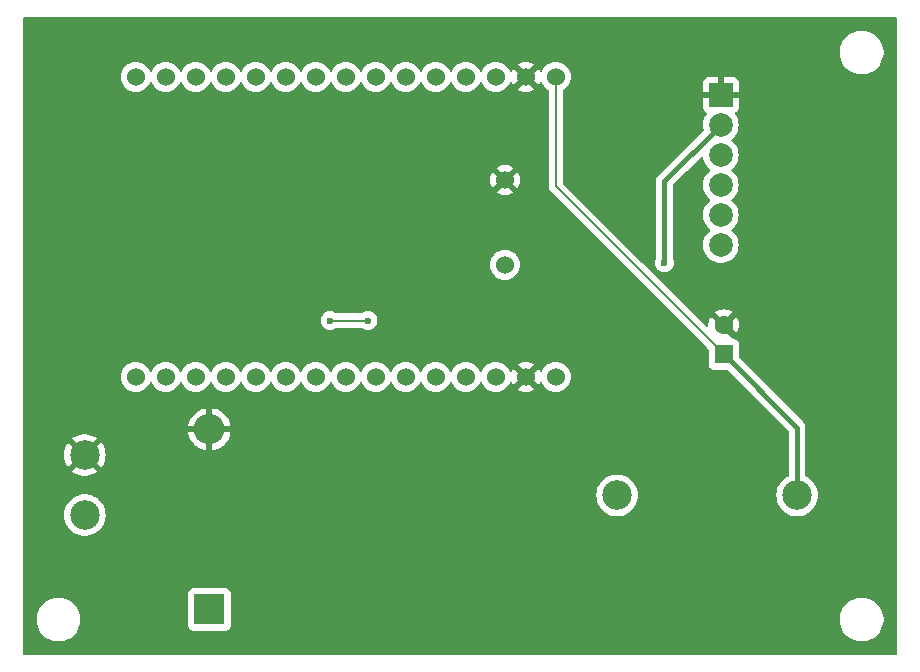
<source format=gbl>
G04 #@! TF.GenerationSoftware,KiCad,Pcbnew,8.0.9*
G04 #@! TF.CreationDate,2025-07-12T12:55:35+02:00*
G04 #@! TF.ProjectId,OBD_Circuit,4f42445f-4369-4726-9375-69742e6b6963,rev?*
G04 #@! TF.SameCoordinates,Original*
G04 #@! TF.FileFunction,Copper,L4,Bot*
G04 #@! TF.FilePolarity,Positive*
%FSLAX46Y46*%
G04 Gerber Fmt 4.6, Leading zero omitted, Abs format (unit mm)*
G04 Created by KiCad (PCBNEW 8.0.9) date 2025-07-12 12:55:35*
%MOMM*%
%LPD*%
G01*
G04 APERTURE LIST*
G04 #@! TA.AperFunction,ComponentPad*
%ADD10C,1.524000*%
G04 #@! TD*
G04 #@! TA.AperFunction,ComponentPad*
%ADD11R,2.600000X2.600000*%
G04 #@! TD*
G04 #@! TA.AperFunction,ComponentPad*
%ADD12O,2.600000X2.600000*%
G04 #@! TD*
G04 #@! TA.AperFunction,ComponentPad*
%ADD13C,2.500000*%
G04 #@! TD*
G04 #@! TA.AperFunction,ComponentPad*
%ADD14R,1.600000X1.600000*%
G04 #@! TD*
G04 #@! TA.AperFunction,ComponentPad*
%ADD15C,1.600000*%
G04 #@! TD*
G04 #@! TA.AperFunction,ComponentPad*
%ADD16R,2.000000X2.000000*%
G04 #@! TD*
G04 #@! TA.AperFunction,ComponentPad*
%ADD17C,2.000000*%
G04 #@! TD*
G04 #@! TA.AperFunction,ViaPad*
%ADD18C,0.600000*%
G04 #@! TD*
G04 #@! TA.AperFunction,Conductor*
%ADD19C,0.400000*%
G04 #@! TD*
G04 #@! TA.AperFunction,Conductor*
%ADD20C,0.200000*%
G04 #@! TD*
G04 APERTURE END LIST*
D10*
X161300000Y-91484204D03*
X161300000Y-84300000D03*
D11*
X136271000Y-120650000D03*
D12*
X136271000Y-105410000D03*
D13*
X170789600Y-111000000D03*
X186029600Y-111000000D03*
D14*
X179832000Y-99060000D03*
D15*
X179832000Y-96560000D03*
D10*
X165608000Y-100965000D03*
X163068000Y-100965000D03*
X160528000Y-100965000D03*
X157988000Y-100965000D03*
X155448000Y-100965000D03*
X152908000Y-100965000D03*
X150368000Y-100965000D03*
X147828000Y-100965000D03*
X145288000Y-100965000D03*
X142748000Y-100965000D03*
X140208000Y-100965000D03*
X137668000Y-100965000D03*
X135128000Y-100965000D03*
X132588000Y-100965000D03*
X130048000Y-100965000D03*
X130048000Y-75565000D03*
X132588000Y-75565000D03*
X135128000Y-75565000D03*
X137668000Y-75565000D03*
X140208000Y-75565000D03*
X142748000Y-75565000D03*
X145288000Y-75565000D03*
X147828000Y-75565000D03*
X150368000Y-75565000D03*
X152908000Y-75565000D03*
X155448000Y-75565000D03*
X157988000Y-75565000D03*
X160528000Y-75565000D03*
X163068000Y-75565000D03*
X165608000Y-75565000D03*
D16*
X179578000Y-77089000D03*
D17*
X179578000Y-79629000D03*
X179578000Y-82169000D03*
X179578000Y-84709000D03*
X179578000Y-87249000D03*
X179578000Y-89789000D03*
D13*
X125730000Y-112649000D03*
X125730000Y-107569000D03*
D18*
X174800000Y-91300000D03*
X149700000Y-96200000D03*
X146500000Y-96200000D03*
D19*
X186029600Y-111000000D02*
X186029600Y-105257600D01*
D20*
X179832000Y-99060000D02*
X165608000Y-84836000D01*
X165608000Y-84836000D02*
X165608000Y-75565000D01*
D19*
X186029600Y-105257600D02*
X179832000Y-99060000D01*
X174800000Y-84407000D02*
X179578000Y-79629000D01*
X174800000Y-91300000D02*
X174800000Y-84407000D01*
D20*
X149700000Y-96200000D02*
X146500000Y-96200000D01*
X146400000Y-96300000D02*
X146500000Y-96200000D01*
G04 #@! TA.AperFunction,Conductor*
G36*
X194442539Y-70520185D02*
G01*
X194488294Y-70572989D01*
X194499500Y-70624500D01*
X194499500Y-124375500D01*
X194479815Y-124442539D01*
X194427011Y-124488294D01*
X194375500Y-124499500D01*
X120624500Y-124499500D01*
X120557461Y-124479815D01*
X120511706Y-124427011D01*
X120500500Y-124375500D01*
X120500500Y-121378711D01*
X121649500Y-121378711D01*
X121649500Y-121621288D01*
X121681161Y-121861785D01*
X121743947Y-122096104D01*
X121831530Y-122307547D01*
X121836776Y-122320212D01*
X121958064Y-122530289D01*
X121958066Y-122530292D01*
X121958067Y-122530293D01*
X122105733Y-122722736D01*
X122105739Y-122722743D01*
X122277256Y-122894260D01*
X122277262Y-122894265D01*
X122469711Y-123041936D01*
X122679788Y-123163224D01*
X122903900Y-123256054D01*
X123138211Y-123318838D01*
X123318586Y-123342584D01*
X123378711Y-123350500D01*
X123378712Y-123350500D01*
X123621289Y-123350500D01*
X123669388Y-123344167D01*
X123861789Y-123318838D01*
X124096100Y-123256054D01*
X124320212Y-123163224D01*
X124530289Y-123041936D01*
X124722738Y-122894265D01*
X124894265Y-122722738D01*
X125041936Y-122530289D01*
X125163224Y-122320212D01*
X125256054Y-122096100D01*
X125318838Y-121861789D01*
X125350500Y-121621288D01*
X125350500Y-121378712D01*
X125318838Y-121138211D01*
X125256054Y-120903900D01*
X125163224Y-120679788D01*
X125041936Y-120469711D01*
X124894265Y-120277262D01*
X124894260Y-120277256D01*
X124722743Y-120105739D01*
X124722736Y-120105733D01*
X124530293Y-119958067D01*
X124530292Y-119958066D01*
X124530289Y-119958064D01*
X124320212Y-119836776D01*
X124320205Y-119836773D01*
X124096104Y-119743947D01*
X123861785Y-119681161D01*
X123621289Y-119649500D01*
X123621288Y-119649500D01*
X123378712Y-119649500D01*
X123378711Y-119649500D01*
X123138214Y-119681161D01*
X122903895Y-119743947D01*
X122679794Y-119836773D01*
X122679785Y-119836777D01*
X122469706Y-119958067D01*
X122277263Y-120105733D01*
X122277256Y-120105739D01*
X122105739Y-120277256D01*
X122105733Y-120277263D01*
X121958067Y-120469706D01*
X121836777Y-120679785D01*
X121836773Y-120679794D01*
X121743947Y-120903895D01*
X121681161Y-121138214D01*
X121649500Y-121378711D01*
X120500500Y-121378711D01*
X120500500Y-119302135D01*
X134470500Y-119302135D01*
X134470500Y-121997870D01*
X134470501Y-121997876D01*
X134476908Y-122057483D01*
X134527202Y-122192328D01*
X134527206Y-122192335D01*
X134613452Y-122307544D01*
X134613455Y-122307547D01*
X134728664Y-122393793D01*
X134728671Y-122393797D01*
X134863517Y-122444091D01*
X134863516Y-122444091D01*
X134870444Y-122444835D01*
X134923127Y-122450500D01*
X137618872Y-122450499D01*
X137678483Y-122444091D01*
X137813331Y-122393796D01*
X137928546Y-122307546D01*
X138014796Y-122192331D01*
X138065091Y-122057483D01*
X138071500Y-121997873D01*
X138071500Y-121378711D01*
X189649500Y-121378711D01*
X189649500Y-121621288D01*
X189681161Y-121861785D01*
X189743947Y-122096104D01*
X189831530Y-122307547D01*
X189836776Y-122320212D01*
X189958064Y-122530289D01*
X189958066Y-122530292D01*
X189958067Y-122530293D01*
X190105733Y-122722736D01*
X190105739Y-122722743D01*
X190277256Y-122894260D01*
X190277262Y-122894265D01*
X190469711Y-123041936D01*
X190679788Y-123163224D01*
X190903900Y-123256054D01*
X191138211Y-123318838D01*
X191318586Y-123342584D01*
X191378711Y-123350500D01*
X191378712Y-123350500D01*
X191621289Y-123350500D01*
X191669388Y-123344167D01*
X191861789Y-123318838D01*
X192096100Y-123256054D01*
X192320212Y-123163224D01*
X192530289Y-123041936D01*
X192722738Y-122894265D01*
X192894265Y-122722738D01*
X193041936Y-122530289D01*
X193163224Y-122320212D01*
X193256054Y-122096100D01*
X193318838Y-121861789D01*
X193350500Y-121621288D01*
X193350500Y-121378712D01*
X193318838Y-121138211D01*
X193256054Y-120903900D01*
X193163224Y-120679788D01*
X193041936Y-120469711D01*
X192894265Y-120277262D01*
X192894260Y-120277256D01*
X192722743Y-120105739D01*
X192722736Y-120105733D01*
X192530293Y-119958067D01*
X192530292Y-119958066D01*
X192530289Y-119958064D01*
X192320212Y-119836776D01*
X192320205Y-119836773D01*
X192096104Y-119743947D01*
X191861785Y-119681161D01*
X191621289Y-119649500D01*
X191621288Y-119649500D01*
X191378712Y-119649500D01*
X191378711Y-119649500D01*
X191138214Y-119681161D01*
X190903895Y-119743947D01*
X190679794Y-119836773D01*
X190679785Y-119836777D01*
X190469706Y-119958067D01*
X190277263Y-120105733D01*
X190277256Y-120105739D01*
X190105739Y-120277256D01*
X190105733Y-120277263D01*
X189958067Y-120469706D01*
X189836777Y-120679785D01*
X189836773Y-120679794D01*
X189743947Y-120903895D01*
X189681161Y-121138214D01*
X189649500Y-121378711D01*
X138071500Y-121378711D01*
X138071499Y-119302128D01*
X138065091Y-119242517D01*
X138014796Y-119107669D01*
X138014795Y-119107668D01*
X138014793Y-119107664D01*
X137928547Y-118992455D01*
X137928544Y-118992452D01*
X137813335Y-118906206D01*
X137813328Y-118906202D01*
X137678482Y-118855908D01*
X137678483Y-118855908D01*
X137618883Y-118849501D01*
X137618881Y-118849500D01*
X137618873Y-118849500D01*
X137618864Y-118849500D01*
X134923129Y-118849500D01*
X134923123Y-118849501D01*
X134863516Y-118855908D01*
X134728671Y-118906202D01*
X134728664Y-118906206D01*
X134613455Y-118992452D01*
X134613452Y-118992455D01*
X134527206Y-119107664D01*
X134527202Y-119107671D01*
X134476908Y-119242517D01*
X134470501Y-119302116D01*
X134470501Y-119302123D01*
X134470500Y-119302135D01*
X120500500Y-119302135D01*
X120500500Y-112648995D01*
X123974592Y-112648995D01*
X123974592Y-112649004D01*
X123994196Y-112910620D01*
X123994197Y-112910625D01*
X124052576Y-113166402D01*
X124052578Y-113166411D01*
X124052580Y-113166416D01*
X124148432Y-113410643D01*
X124279614Y-113637857D01*
X124411736Y-113803533D01*
X124443198Y-113842985D01*
X124624753Y-114011441D01*
X124635521Y-114021433D01*
X124852296Y-114169228D01*
X124852301Y-114169230D01*
X124852302Y-114169231D01*
X124852303Y-114169232D01*
X124977843Y-114229688D01*
X125088673Y-114283061D01*
X125088674Y-114283061D01*
X125088677Y-114283063D01*
X125339385Y-114360396D01*
X125598818Y-114399500D01*
X125861182Y-114399500D01*
X126120615Y-114360396D01*
X126371323Y-114283063D01*
X126607704Y-114169228D01*
X126824479Y-114021433D01*
X127016805Y-113842981D01*
X127180386Y-113637857D01*
X127311568Y-113410643D01*
X127407420Y-113166416D01*
X127465802Y-112910630D01*
X127480732Y-112711396D01*
X127485408Y-112649004D01*
X127485408Y-112648995D01*
X127465803Y-112387379D01*
X127465802Y-112387374D01*
X127465802Y-112387370D01*
X127407420Y-112131584D01*
X127311568Y-111887357D01*
X127180386Y-111660143D01*
X127016805Y-111455019D01*
X127016804Y-111455018D01*
X127016801Y-111455014D01*
X126824479Y-111276567D01*
X126802556Y-111261620D01*
X126607704Y-111128772D01*
X126607700Y-111128770D01*
X126607697Y-111128768D01*
X126607696Y-111128767D01*
X126371325Y-111014938D01*
X126371327Y-111014938D01*
X126322883Y-110999995D01*
X169034192Y-110999995D01*
X169034192Y-111000004D01*
X169053796Y-111261620D01*
X169053797Y-111261625D01*
X169112176Y-111517402D01*
X169112178Y-111517411D01*
X169112180Y-111517416D01*
X169208032Y-111761643D01*
X169339214Y-111988857D01*
X169471336Y-112154533D01*
X169502798Y-112193985D01*
X169684353Y-112362441D01*
X169695121Y-112372433D01*
X169911896Y-112520228D01*
X169911901Y-112520230D01*
X169911902Y-112520231D01*
X169911903Y-112520232D01*
X170037443Y-112580688D01*
X170148273Y-112634061D01*
X170148274Y-112634061D01*
X170148277Y-112634063D01*
X170398985Y-112711396D01*
X170658418Y-112750500D01*
X170920782Y-112750500D01*
X171180215Y-112711396D01*
X171430923Y-112634063D01*
X171667304Y-112520228D01*
X171884079Y-112372433D01*
X172076405Y-112193981D01*
X172239986Y-111988857D01*
X172371168Y-111761643D01*
X172467020Y-111517416D01*
X172525402Y-111261630D01*
X172535358Y-111128772D01*
X172545008Y-111000004D01*
X172545008Y-110999995D01*
X172525403Y-110738379D01*
X172525402Y-110738374D01*
X172525402Y-110738370D01*
X172467020Y-110482584D01*
X172371168Y-110238357D01*
X172239986Y-110011143D01*
X172076405Y-109806019D01*
X172076404Y-109806018D01*
X172076401Y-109806014D01*
X171884079Y-109627567D01*
X171667304Y-109479772D01*
X171667298Y-109479769D01*
X171667297Y-109479768D01*
X171667296Y-109479767D01*
X171430925Y-109365938D01*
X171430927Y-109365938D01*
X171180223Y-109288606D01*
X171180219Y-109288605D01*
X171180215Y-109288604D01*
X171055423Y-109269794D01*
X170920787Y-109249500D01*
X170920782Y-109249500D01*
X170658418Y-109249500D01*
X170658412Y-109249500D01*
X170496847Y-109273853D01*
X170398985Y-109288604D01*
X170398982Y-109288605D01*
X170398976Y-109288606D01*
X170148273Y-109365938D01*
X169911903Y-109479767D01*
X169911902Y-109479768D01*
X169695120Y-109627567D01*
X169502798Y-109806014D01*
X169339214Y-110011143D01*
X169208032Y-110238356D01*
X169112182Y-110482578D01*
X169112176Y-110482597D01*
X169053797Y-110738374D01*
X169053796Y-110738379D01*
X169034192Y-110999995D01*
X126322883Y-110999995D01*
X126120623Y-110937606D01*
X126120619Y-110937605D01*
X126120615Y-110937604D01*
X125995823Y-110918794D01*
X125861187Y-110898500D01*
X125861182Y-110898500D01*
X125598818Y-110898500D01*
X125598812Y-110898500D01*
X125437247Y-110922853D01*
X125339385Y-110937604D01*
X125339382Y-110937605D01*
X125339376Y-110937606D01*
X125088673Y-111014938D01*
X124852303Y-111128767D01*
X124852302Y-111128768D01*
X124635520Y-111276567D01*
X124443198Y-111455014D01*
X124279614Y-111660143D01*
X124148432Y-111887356D01*
X124052582Y-112131578D01*
X124052576Y-112131597D01*
X123994197Y-112387374D01*
X123994196Y-112387379D01*
X123974592Y-112648995D01*
X120500500Y-112648995D01*
X120500500Y-107568995D01*
X123975093Y-107568995D01*
X123975093Y-107569004D01*
X123994692Y-107830545D01*
X123994693Y-107830550D01*
X124053058Y-108086270D01*
X124148883Y-108330426D01*
X124148882Y-108330426D01*
X124280029Y-108557576D01*
X124327873Y-108617572D01*
X125052421Y-107893024D01*
X125065359Y-107924258D01*
X125147437Y-108047097D01*
X125251903Y-108151563D01*
X125374742Y-108233641D01*
X125405974Y-108246577D01*
X124680830Y-108971720D01*
X124852546Y-109088793D01*
X124852550Y-109088795D01*
X125088854Y-109202594D01*
X125088858Y-109202595D01*
X125339494Y-109279907D01*
X125339500Y-109279909D01*
X125598848Y-109318999D01*
X125598857Y-109319000D01*
X125861143Y-109319000D01*
X125861151Y-109318999D01*
X126120499Y-109279909D01*
X126120505Y-109279907D01*
X126371143Y-109202595D01*
X126607445Y-109088798D01*
X126607447Y-109088797D01*
X126779168Y-108971720D01*
X126054025Y-108246578D01*
X126085258Y-108233641D01*
X126208097Y-108151563D01*
X126312563Y-108047097D01*
X126394641Y-107924258D01*
X126407578Y-107893025D01*
X127132125Y-108617572D01*
X127179971Y-108557573D01*
X127311116Y-108330426D01*
X127406941Y-108086270D01*
X127465306Y-107830550D01*
X127465307Y-107830545D01*
X127484907Y-107569004D01*
X127484907Y-107568995D01*
X127465307Y-107307454D01*
X127465306Y-107307449D01*
X127406941Y-107051729D01*
X127311116Y-106807573D01*
X127311117Y-106807573D01*
X127179972Y-106580426D01*
X127132124Y-106520427D01*
X126407577Y-107244973D01*
X126394641Y-107213742D01*
X126312563Y-107090903D01*
X126208097Y-106986437D01*
X126085258Y-106904359D01*
X126054024Y-106891421D01*
X126779168Y-106166278D01*
X126607454Y-106049206D01*
X126607445Y-106049201D01*
X126371142Y-105935404D01*
X126371144Y-105935404D01*
X126120505Y-105858092D01*
X126120499Y-105858090D01*
X125861151Y-105819000D01*
X125598848Y-105819000D01*
X125339500Y-105858090D01*
X125339494Y-105858092D01*
X125088858Y-105935404D01*
X125088854Y-105935405D01*
X124852547Y-106049205D01*
X124852539Y-106049210D01*
X124680830Y-106166277D01*
X125405975Y-106891421D01*
X125374742Y-106904359D01*
X125251903Y-106986437D01*
X125147437Y-107090903D01*
X125065359Y-107213742D01*
X125052421Y-107244974D01*
X124327874Y-106520427D01*
X124280028Y-106580425D01*
X124148883Y-106807573D01*
X124053058Y-107051729D01*
X123994693Y-107307449D01*
X123994692Y-107307454D01*
X123975093Y-107568995D01*
X120500500Y-107568995D01*
X120500500Y-105159999D01*
X134484687Y-105159999D01*
X134484688Y-105160000D01*
X135670999Y-105160000D01*
X135645979Y-105220402D01*
X135621000Y-105345981D01*
X135621000Y-105474019D01*
X135645979Y-105599598D01*
X135670999Y-105660000D01*
X134484687Y-105660000D01*
X134486112Y-105679022D01*
X134486114Y-105679031D01*
X134546142Y-105942033D01*
X134546148Y-105942052D01*
X134644709Y-106193181D01*
X134644708Y-106193181D01*
X134779600Y-106426818D01*
X134947810Y-106637748D01*
X135145571Y-106821242D01*
X135368483Y-106973220D01*
X135368485Y-106973221D01*
X135611539Y-107090269D01*
X135611537Y-107090269D01*
X135869337Y-107169790D01*
X135869343Y-107169792D01*
X136020999Y-107192650D01*
X136021000Y-107192649D01*
X136021000Y-106010001D01*
X136081402Y-106035021D01*
X136206981Y-106060000D01*
X136335019Y-106060000D01*
X136460598Y-106035021D01*
X136521000Y-106010001D01*
X136521000Y-107192650D01*
X136672656Y-107169792D01*
X136672662Y-107169790D01*
X136930461Y-107090269D01*
X137173516Y-106973221D01*
X137173517Y-106973220D01*
X137396428Y-106821242D01*
X137594189Y-106637748D01*
X137762399Y-106426818D01*
X137897290Y-106193181D01*
X137995851Y-105942052D01*
X137995857Y-105942033D01*
X138055885Y-105679031D01*
X138055887Y-105679022D01*
X138057312Y-105660000D01*
X136871001Y-105660000D01*
X136896021Y-105599598D01*
X136921000Y-105474019D01*
X136921000Y-105345981D01*
X136896021Y-105220402D01*
X136871001Y-105160000D01*
X138057312Y-105160000D01*
X138057312Y-105159999D01*
X138055887Y-105140977D01*
X138055885Y-105140968D01*
X137995857Y-104877966D01*
X137995851Y-104877947D01*
X137897290Y-104626818D01*
X137897291Y-104626818D01*
X137762399Y-104393181D01*
X137594189Y-104182251D01*
X137396428Y-103998757D01*
X137173517Y-103846779D01*
X137173516Y-103846778D01*
X136930460Y-103729730D01*
X136930462Y-103729730D01*
X136672665Y-103650210D01*
X136521000Y-103627349D01*
X136521000Y-104809998D01*
X136460598Y-104784979D01*
X136335019Y-104760000D01*
X136206981Y-104760000D01*
X136081402Y-104784979D01*
X136021000Y-104809998D01*
X136021000Y-103627349D01*
X135869334Y-103650210D01*
X135611538Y-103729730D01*
X135368485Y-103846778D01*
X135368483Y-103846779D01*
X135145571Y-103998757D01*
X134947810Y-104182251D01*
X134779600Y-104393181D01*
X134644709Y-104626818D01*
X134546148Y-104877947D01*
X134546142Y-104877966D01*
X134486114Y-105140968D01*
X134486112Y-105140977D01*
X134484687Y-105159999D01*
X120500500Y-105159999D01*
X120500500Y-100964997D01*
X128780677Y-100964997D01*
X128780677Y-100965002D01*
X128799929Y-101185062D01*
X128799930Y-101185070D01*
X128857104Y-101398445D01*
X128857105Y-101398447D01*
X128857106Y-101398450D01*
X128890106Y-101469218D01*
X128950466Y-101598662D01*
X128950468Y-101598666D01*
X129077170Y-101779615D01*
X129077175Y-101779621D01*
X129233378Y-101935824D01*
X129233384Y-101935829D01*
X129414333Y-102062531D01*
X129414335Y-102062532D01*
X129414338Y-102062534D01*
X129614550Y-102155894D01*
X129827932Y-102213070D01*
X129985123Y-102226822D01*
X130047998Y-102232323D01*
X130048000Y-102232323D01*
X130048002Y-102232323D01*
X130103017Y-102227509D01*
X130268068Y-102213070D01*
X130481450Y-102155894D01*
X130681662Y-102062534D01*
X130862620Y-101935826D01*
X131018826Y-101779620D01*
X131145534Y-101598662D01*
X131205618Y-101469811D01*
X131251790Y-101417371D01*
X131318983Y-101398219D01*
X131385865Y-101418435D01*
X131430382Y-101469811D01*
X131490464Y-101598658D01*
X131490468Y-101598666D01*
X131617170Y-101779615D01*
X131617175Y-101779621D01*
X131773378Y-101935824D01*
X131773384Y-101935829D01*
X131954333Y-102062531D01*
X131954335Y-102062532D01*
X131954338Y-102062534D01*
X132154550Y-102155894D01*
X132367932Y-102213070D01*
X132525123Y-102226822D01*
X132587998Y-102232323D01*
X132588000Y-102232323D01*
X132588002Y-102232323D01*
X132643017Y-102227509D01*
X132808068Y-102213070D01*
X133021450Y-102155894D01*
X133221662Y-102062534D01*
X133402620Y-101935826D01*
X133558826Y-101779620D01*
X133685534Y-101598662D01*
X133745618Y-101469811D01*
X133791790Y-101417371D01*
X133858983Y-101398219D01*
X133925865Y-101418435D01*
X133970382Y-101469811D01*
X134030464Y-101598658D01*
X134030468Y-101598666D01*
X134157170Y-101779615D01*
X134157175Y-101779621D01*
X134313378Y-101935824D01*
X134313384Y-101935829D01*
X134494333Y-102062531D01*
X134494335Y-102062532D01*
X134494338Y-102062534D01*
X134694550Y-102155894D01*
X134907932Y-102213070D01*
X135065123Y-102226822D01*
X135127998Y-102232323D01*
X135128000Y-102232323D01*
X135128002Y-102232323D01*
X135183017Y-102227509D01*
X135348068Y-102213070D01*
X135561450Y-102155894D01*
X135761662Y-102062534D01*
X135942620Y-101935826D01*
X136098826Y-101779620D01*
X136225534Y-101598662D01*
X136285618Y-101469811D01*
X136331790Y-101417371D01*
X136398983Y-101398219D01*
X136465865Y-101418435D01*
X136510382Y-101469811D01*
X136570464Y-101598658D01*
X136570468Y-101598666D01*
X136697170Y-101779615D01*
X136697175Y-101779621D01*
X136853378Y-101935824D01*
X136853384Y-101935829D01*
X137034333Y-102062531D01*
X137034335Y-102062532D01*
X137034338Y-102062534D01*
X137234550Y-102155894D01*
X137447932Y-102213070D01*
X137605123Y-102226822D01*
X137667998Y-102232323D01*
X137668000Y-102232323D01*
X137668002Y-102232323D01*
X137723017Y-102227509D01*
X137888068Y-102213070D01*
X138101450Y-102155894D01*
X138301662Y-102062534D01*
X138482620Y-101935826D01*
X138638826Y-101779620D01*
X138765534Y-101598662D01*
X138825618Y-101469811D01*
X138871790Y-101417371D01*
X138938983Y-101398219D01*
X139005865Y-101418435D01*
X139050382Y-101469811D01*
X139110464Y-101598658D01*
X139110468Y-101598666D01*
X139237170Y-101779615D01*
X139237175Y-101779621D01*
X139393378Y-101935824D01*
X139393384Y-101935829D01*
X139574333Y-102062531D01*
X139574335Y-102062532D01*
X139574338Y-102062534D01*
X139774550Y-102155894D01*
X139987932Y-102213070D01*
X140145123Y-102226822D01*
X140207998Y-102232323D01*
X140208000Y-102232323D01*
X140208002Y-102232323D01*
X140263017Y-102227509D01*
X140428068Y-102213070D01*
X140641450Y-102155894D01*
X140841662Y-102062534D01*
X141022620Y-101935826D01*
X141178826Y-101779620D01*
X141305534Y-101598662D01*
X141365618Y-101469811D01*
X141411790Y-101417371D01*
X141478983Y-101398219D01*
X141545865Y-101418435D01*
X141590382Y-101469811D01*
X141650464Y-101598658D01*
X141650468Y-101598666D01*
X141777170Y-101779615D01*
X141777175Y-101779621D01*
X141933378Y-101935824D01*
X141933384Y-101935829D01*
X142114333Y-102062531D01*
X142114335Y-102062532D01*
X142114338Y-102062534D01*
X142314550Y-102155894D01*
X142527932Y-102213070D01*
X142685123Y-102226822D01*
X142747998Y-102232323D01*
X142748000Y-102232323D01*
X142748002Y-102232323D01*
X142803017Y-102227509D01*
X142968068Y-102213070D01*
X143181450Y-102155894D01*
X143381662Y-102062534D01*
X143562620Y-101935826D01*
X143718826Y-101779620D01*
X143845534Y-101598662D01*
X143905618Y-101469811D01*
X143951790Y-101417371D01*
X144018983Y-101398219D01*
X144085865Y-101418435D01*
X144130382Y-101469811D01*
X144190464Y-101598658D01*
X144190468Y-101598666D01*
X144317170Y-101779615D01*
X144317175Y-101779621D01*
X144473378Y-101935824D01*
X144473384Y-101935829D01*
X144654333Y-102062531D01*
X144654335Y-102062532D01*
X144654338Y-102062534D01*
X144854550Y-102155894D01*
X145067932Y-102213070D01*
X145225123Y-102226822D01*
X145287998Y-102232323D01*
X145288000Y-102232323D01*
X145288002Y-102232323D01*
X145343017Y-102227509D01*
X145508068Y-102213070D01*
X145721450Y-102155894D01*
X145921662Y-102062534D01*
X146102620Y-101935826D01*
X146258826Y-101779620D01*
X146385534Y-101598662D01*
X146445618Y-101469811D01*
X146491790Y-101417371D01*
X146558983Y-101398219D01*
X146625865Y-101418435D01*
X146670382Y-101469811D01*
X146730464Y-101598658D01*
X146730468Y-101598666D01*
X146857170Y-101779615D01*
X146857175Y-101779621D01*
X147013378Y-101935824D01*
X147013384Y-101935829D01*
X147194333Y-102062531D01*
X147194335Y-102062532D01*
X147194338Y-102062534D01*
X147394550Y-102155894D01*
X147607932Y-102213070D01*
X147765123Y-102226822D01*
X147827998Y-102232323D01*
X147828000Y-102232323D01*
X147828002Y-102232323D01*
X147883017Y-102227509D01*
X148048068Y-102213070D01*
X148261450Y-102155894D01*
X148461662Y-102062534D01*
X148642620Y-101935826D01*
X148798826Y-101779620D01*
X148925534Y-101598662D01*
X148985618Y-101469811D01*
X149031790Y-101417371D01*
X149098983Y-101398219D01*
X149165865Y-101418435D01*
X149210382Y-101469811D01*
X149270464Y-101598658D01*
X149270468Y-101598666D01*
X149397170Y-101779615D01*
X149397175Y-101779621D01*
X149553378Y-101935824D01*
X149553384Y-101935829D01*
X149734333Y-102062531D01*
X149734335Y-102062532D01*
X149734338Y-102062534D01*
X149934550Y-102155894D01*
X150147932Y-102213070D01*
X150305123Y-102226822D01*
X150367998Y-102232323D01*
X150368000Y-102232323D01*
X150368002Y-102232323D01*
X150423017Y-102227509D01*
X150588068Y-102213070D01*
X150801450Y-102155894D01*
X151001662Y-102062534D01*
X151182620Y-101935826D01*
X151338826Y-101779620D01*
X151465534Y-101598662D01*
X151525618Y-101469811D01*
X151571790Y-101417371D01*
X151638983Y-101398219D01*
X151705865Y-101418435D01*
X151750382Y-101469811D01*
X151810464Y-101598658D01*
X151810468Y-101598666D01*
X151937170Y-101779615D01*
X151937175Y-101779621D01*
X152093378Y-101935824D01*
X152093384Y-101935829D01*
X152274333Y-102062531D01*
X152274335Y-102062532D01*
X152274338Y-102062534D01*
X152474550Y-102155894D01*
X152687932Y-102213070D01*
X152845123Y-102226822D01*
X152907998Y-102232323D01*
X152908000Y-102232323D01*
X152908002Y-102232323D01*
X152963017Y-102227509D01*
X153128068Y-102213070D01*
X153341450Y-102155894D01*
X153541662Y-102062534D01*
X153722620Y-101935826D01*
X153878826Y-101779620D01*
X154005534Y-101598662D01*
X154065618Y-101469811D01*
X154111790Y-101417371D01*
X154178983Y-101398219D01*
X154245865Y-101418435D01*
X154290382Y-101469811D01*
X154350464Y-101598658D01*
X154350468Y-101598666D01*
X154477170Y-101779615D01*
X154477175Y-101779621D01*
X154633378Y-101935824D01*
X154633384Y-101935829D01*
X154814333Y-102062531D01*
X154814335Y-102062532D01*
X154814338Y-102062534D01*
X155014550Y-102155894D01*
X155227932Y-102213070D01*
X155385123Y-102226822D01*
X155447998Y-102232323D01*
X155448000Y-102232323D01*
X155448002Y-102232323D01*
X155503017Y-102227509D01*
X155668068Y-102213070D01*
X155881450Y-102155894D01*
X156081662Y-102062534D01*
X156262620Y-101935826D01*
X156418826Y-101779620D01*
X156545534Y-101598662D01*
X156605618Y-101469811D01*
X156651790Y-101417371D01*
X156718983Y-101398219D01*
X156785865Y-101418435D01*
X156830382Y-101469811D01*
X156890464Y-101598658D01*
X156890468Y-101598666D01*
X157017170Y-101779615D01*
X157017175Y-101779621D01*
X157173378Y-101935824D01*
X157173384Y-101935829D01*
X157354333Y-102062531D01*
X157354335Y-102062532D01*
X157354338Y-102062534D01*
X157554550Y-102155894D01*
X157767932Y-102213070D01*
X157925123Y-102226822D01*
X157987998Y-102232323D01*
X157988000Y-102232323D01*
X157988002Y-102232323D01*
X158043017Y-102227509D01*
X158208068Y-102213070D01*
X158421450Y-102155894D01*
X158621662Y-102062534D01*
X158802620Y-101935826D01*
X158958826Y-101779620D01*
X159085534Y-101598662D01*
X159145618Y-101469811D01*
X159191790Y-101417371D01*
X159258983Y-101398219D01*
X159325865Y-101418435D01*
X159370382Y-101469811D01*
X159430464Y-101598658D01*
X159430468Y-101598666D01*
X159557170Y-101779615D01*
X159557175Y-101779621D01*
X159713378Y-101935824D01*
X159713384Y-101935829D01*
X159894333Y-102062531D01*
X159894335Y-102062532D01*
X159894338Y-102062534D01*
X160094550Y-102155894D01*
X160307932Y-102213070D01*
X160465123Y-102226822D01*
X160527998Y-102232323D01*
X160528000Y-102232323D01*
X160528002Y-102232323D01*
X160583017Y-102227509D01*
X160748068Y-102213070D01*
X160961450Y-102155894D01*
X161161662Y-102062534D01*
X161342620Y-101935826D01*
X161498826Y-101779620D01*
X161625534Y-101598662D01*
X161685894Y-101469218D01*
X161732066Y-101416779D01*
X161799259Y-101397627D01*
X161866141Y-101417843D01*
X161910658Y-101469219D01*
X161970898Y-101598405D01*
X161970901Y-101598411D01*
X162016258Y-101663187D01*
X162016258Y-101663188D01*
X162668000Y-101011446D01*
X162668000Y-101017661D01*
X162695259Y-101119394D01*
X162747920Y-101210606D01*
X162822394Y-101285080D01*
X162913606Y-101337741D01*
X163015339Y-101365000D01*
X163021553Y-101365000D01*
X162369810Y-102016740D01*
X162434590Y-102062099D01*
X162434592Y-102062100D01*
X162634715Y-102155419D01*
X162634729Y-102155424D01*
X162848013Y-102212573D01*
X162848023Y-102212575D01*
X163067999Y-102231821D01*
X163068001Y-102231821D01*
X163287976Y-102212575D01*
X163287986Y-102212573D01*
X163501270Y-102155424D01*
X163501284Y-102155419D01*
X163701407Y-102062100D01*
X163701417Y-102062094D01*
X163766188Y-102016741D01*
X163114448Y-101365000D01*
X163120661Y-101365000D01*
X163222394Y-101337741D01*
X163313606Y-101285080D01*
X163388080Y-101210606D01*
X163440741Y-101119394D01*
X163468000Y-101017661D01*
X163468000Y-101011447D01*
X164119741Y-101663188D01*
X164165094Y-101598417D01*
X164165095Y-101598416D01*
X164225340Y-101469219D01*
X164271512Y-101416780D01*
X164338706Y-101397627D01*
X164405587Y-101417842D01*
X164450105Y-101469218D01*
X164510466Y-101598662D01*
X164510468Y-101598666D01*
X164637170Y-101779615D01*
X164637175Y-101779621D01*
X164793378Y-101935824D01*
X164793384Y-101935829D01*
X164974333Y-102062531D01*
X164974335Y-102062532D01*
X164974338Y-102062534D01*
X165174550Y-102155894D01*
X165387932Y-102213070D01*
X165545123Y-102226822D01*
X165607998Y-102232323D01*
X165608000Y-102232323D01*
X165608002Y-102232323D01*
X165663017Y-102227509D01*
X165828068Y-102213070D01*
X166041450Y-102155894D01*
X166241662Y-102062534D01*
X166422620Y-101935826D01*
X166578826Y-101779620D01*
X166705534Y-101598662D01*
X166798894Y-101398450D01*
X166856070Y-101185068D01*
X166875323Y-100965000D01*
X166856070Y-100744932D01*
X166798894Y-100531550D01*
X166705534Y-100331339D01*
X166578826Y-100150380D01*
X166422620Y-99994174D01*
X166422616Y-99994171D01*
X166422615Y-99994170D01*
X166241666Y-99867468D01*
X166241662Y-99867466D01*
X166241660Y-99867465D01*
X166041450Y-99774106D01*
X166041447Y-99774105D01*
X166041445Y-99774104D01*
X165828070Y-99716930D01*
X165828062Y-99716929D01*
X165608002Y-99697677D01*
X165607998Y-99697677D01*
X165387937Y-99716929D01*
X165387929Y-99716930D01*
X165174554Y-99774104D01*
X165174548Y-99774107D01*
X164974340Y-99867465D01*
X164974338Y-99867466D01*
X164793377Y-99994175D01*
X164637175Y-100150377D01*
X164510467Y-100331337D01*
X164450105Y-100460782D01*
X164403932Y-100513221D01*
X164336738Y-100532372D01*
X164269857Y-100512156D01*
X164225341Y-100460780D01*
X164165098Y-100331589D01*
X164165097Y-100331587D01*
X164119741Y-100266811D01*
X164119740Y-100266810D01*
X163468000Y-100918551D01*
X163468000Y-100912339D01*
X163440741Y-100810606D01*
X163388080Y-100719394D01*
X163313606Y-100644920D01*
X163222394Y-100592259D01*
X163120661Y-100565000D01*
X163114447Y-100565000D01*
X163766188Y-99913258D01*
X163701411Y-99867901D01*
X163701405Y-99867898D01*
X163501284Y-99774580D01*
X163501270Y-99774575D01*
X163287986Y-99717426D01*
X163287976Y-99717424D01*
X163068001Y-99698179D01*
X163067999Y-99698179D01*
X162848023Y-99717424D01*
X162848013Y-99717426D01*
X162634729Y-99774575D01*
X162634720Y-99774579D01*
X162434590Y-99867901D01*
X162369811Y-99913258D01*
X163021554Y-100565000D01*
X163015339Y-100565000D01*
X162913606Y-100592259D01*
X162822394Y-100644920D01*
X162747920Y-100719394D01*
X162695259Y-100810606D01*
X162668000Y-100912339D01*
X162668000Y-100918553D01*
X162016258Y-100266811D01*
X161970901Y-100331590D01*
X161910658Y-100460781D01*
X161864485Y-100513220D01*
X161797292Y-100532372D01*
X161730411Y-100512156D01*
X161685894Y-100460781D01*
X161639132Y-100360500D01*
X161625534Y-100331339D01*
X161498826Y-100150380D01*
X161342620Y-99994174D01*
X161342616Y-99994171D01*
X161342615Y-99994170D01*
X161161666Y-99867468D01*
X161161662Y-99867466D01*
X161161660Y-99867465D01*
X160961450Y-99774106D01*
X160961447Y-99774105D01*
X160961445Y-99774104D01*
X160748070Y-99716930D01*
X160748062Y-99716929D01*
X160528002Y-99697677D01*
X160527998Y-99697677D01*
X160307937Y-99716929D01*
X160307929Y-99716930D01*
X160094554Y-99774104D01*
X160094548Y-99774107D01*
X159894340Y-99867465D01*
X159894338Y-99867466D01*
X159713377Y-99994175D01*
X159557175Y-100150377D01*
X159430466Y-100331338D01*
X159430465Y-100331340D01*
X159370382Y-100460189D01*
X159324209Y-100512628D01*
X159257016Y-100531780D01*
X159190135Y-100511564D01*
X159145618Y-100460189D01*
X159099132Y-100360500D01*
X159085534Y-100331339D01*
X158958826Y-100150380D01*
X158802620Y-99994174D01*
X158802616Y-99994171D01*
X158802615Y-99994170D01*
X158621666Y-99867468D01*
X158621662Y-99867466D01*
X158621660Y-99867465D01*
X158421450Y-99774106D01*
X158421447Y-99774105D01*
X158421445Y-99774104D01*
X158208070Y-99716930D01*
X158208062Y-99716929D01*
X157988002Y-99697677D01*
X157987998Y-99697677D01*
X157767937Y-99716929D01*
X157767929Y-99716930D01*
X157554554Y-99774104D01*
X157554548Y-99774107D01*
X157354340Y-99867465D01*
X157354338Y-99867466D01*
X157173377Y-99994175D01*
X157017175Y-100150377D01*
X156890466Y-100331338D01*
X156890465Y-100331340D01*
X156830382Y-100460189D01*
X156784209Y-100512628D01*
X156717016Y-100531780D01*
X156650135Y-100511564D01*
X156605618Y-100460189D01*
X156559132Y-100360500D01*
X156545534Y-100331339D01*
X156418826Y-100150380D01*
X156262620Y-99994174D01*
X156262616Y-99994171D01*
X156262615Y-99994170D01*
X156081666Y-99867468D01*
X156081662Y-99867466D01*
X156081660Y-99867465D01*
X155881450Y-99774106D01*
X155881447Y-99774105D01*
X155881445Y-99774104D01*
X155668070Y-99716930D01*
X155668062Y-99716929D01*
X155448002Y-99697677D01*
X155447998Y-99697677D01*
X155227937Y-99716929D01*
X155227929Y-99716930D01*
X155014554Y-99774104D01*
X155014548Y-99774107D01*
X154814340Y-99867465D01*
X154814338Y-99867466D01*
X154633377Y-99994175D01*
X154477175Y-100150377D01*
X154350466Y-100331338D01*
X154350465Y-100331340D01*
X154290382Y-100460189D01*
X154244209Y-100512628D01*
X154177016Y-100531780D01*
X154110135Y-100511564D01*
X154065618Y-100460189D01*
X154019132Y-100360500D01*
X154005534Y-100331339D01*
X153878826Y-100150380D01*
X153722620Y-99994174D01*
X153722616Y-99994171D01*
X153722615Y-99994170D01*
X153541666Y-99867468D01*
X153541662Y-99867466D01*
X153541660Y-99867465D01*
X153341450Y-99774106D01*
X153341447Y-99774105D01*
X153341445Y-99774104D01*
X153128070Y-99716930D01*
X153128062Y-99716929D01*
X152908002Y-99697677D01*
X152907998Y-99697677D01*
X152687937Y-99716929D01*
X152687929Y-99716930D01*
X152474554Y-99774104D01*
X152474548Y-99774107D01*
X152274340Y-99867465D01*
X152274338Y-99867466D01*
X152093377Y-99994175D01*
X151937175Y-100150377D01*
X151810466Y-100331338D01*
X151810465Y-100331340D01*
X151750382Y-100460189D01*
X151704209Y-100512628D01*
X151637016Y-100531780D01*
X151570135Y-100511564D01*
X151525618Y-100460189D01*
X151479132Y-100360500D01*
X151465534Y-100331339D01*
X151338826Y-100150380D01*
X151182620Y-99994174D01*
X151182616Y-99994171D01*
X151182615Y-99994170D01*
X151001666Y-99867468D01*
X151001662Y-99867466D01*
X151001660Y-99867465D01*
X150801450Y-99774106D01*
X150801447Y-99774105D01*
X150801445Y-99774104D01*
X150588070Y-99716930D01*
X150588062Y-99716929D01*
X150368002Y-99697677D01*
X150367998Y-99697677D01*
X150147937Y-99716929D01*
X150147929Y-99716930D01*
X149934554Y-99774104D01*
X149934548Y-99774107D01*
X149734340Y-99867465D01*
X149734338Y-99867466D01*
X149553377Y-99994175D01*
X149397175Y-100150377D01*
X149270466Y-100331338D01*
X149270465Y-100331340D01*
X149210382Y-100460189D01*
X149164209Y-100512628D01*
X149097016Y-100531780D01*
X149030135Y-100511564D01*
X148985618Y-100460189D01*
X148939132Y-100360500D01*
X148925534Y-100331339D01*
X148798826Y-100150380D01*
X148642620Y-99994174D01*
X148642616Y-99994171D01*
X148642615Y-99994170D01*
X148461666Y-99867468D01*
X148461662Y-99867466D01*
X148461660Y-99867465D01*
X148261450Y-99774106D01*
X148261447Y-99774105D01*
X148261445Y-99774104D01*
X148048070Y-99716930D01*
X148048062Y-99716929D01*
X147828002Y-99697677D01*
X147827998Y-99697677D01*
X147607937Y-99716929D01*
X147607929Y-99716930D01*
X147394554Y-99774104D01*
X147394548Y-99774107D01*
X147194340Y-99867465D01*
X147194338Y-99867466D01*
X147013377Y-99994175D01*
X146857175Y-100150377D01*
X146730466Y-100331338D01*
X146730465Y-100331340D01*
X146670382Y-100460189D01*
X146624209Y-100512628D01*
X146557016Y-100531780D01*
X146490135Y-100511564D01*
X146445618Y-100460189D01*
X146399132Y-100360500D01*
X146385534Y-100331339D01*
X146258826Y-100150380D01*
X146102620Y-99994174D01*
X146102616Y-99994171D01*
X146102615Y-99994170D01*
X145921666Y-99867468D01*
X145921662Y-99867466D01*
X145921660Y-99867465D01*
X145721450Y-99774106D01*
X145721447Y-99774105D01*
X145721445Y-99774104D01*
X145508070Y-99716930D01*
X145508062Y-99716929D01*
X145288002Y-99697677D01*
X145287998Y-99697677D01*
X145067937Y-99716929D01*
X145067929Y-99716930D01*
X144854554Y-99774104D01*
X144854548Y-99774107D01*
X144654340Y-99867465D01*
X144654338Y-99867466D01*
X144473377Y-99994175D01*
X144317175Y-100150377D01*
X144190466Y-100331338D01*
X144190465Y-100331340D01*
X144130382Y-100460189D01*
X144084209Y-100512628D01*
X144017016Y-100531780D01*
X143950135Y-100511564D01*
X143905618Y-100460189D01*
X143859132Y-100360500D01*
X143845534Y-100331339D01*
X143718826Y-100150380D01*
X143562620Y-99994174D01*
X143562616Y-99994171D01*
X143562615Y-99994170D01*
X143381666Y-99867468D01*
X143381662Y-99867466D01*
X143381660Y-99867465D01*
X143181450Y-99774106D01*
X143181447Y-99774105D01*
X143181445Y-99774104D01*
X142968070Y-99716930D01*
X142968062Y-99716929D01*
X142748002Y-99697677D01*
X142747998Y-99697677D01*
X142527937Y-99716929D01*
X142527929Y-99716930D01*
X142314554Y-99774104D01*
X142314548Y-99774107D01*
X142114340Y-99867465D01*
X142114338Y-99867466D01*
X141933377Y-99994175D01*
X141777175Y-100150377D01*
X141650466Y-100331338D01*
X141650465Y-100331340D01*
X141590382Y-100460189D01*
X141544209Y-100512628D01*
X141477016Y-100531780D01*
X141410135Y-100511564D01*
X141365618Y-100460189D01*
X141319132Y-100360500D01*
X141305534Y-100331339D01*
X141178826Y-100150380D01*
X141022620Y-99994174D01*
X141022616Y-99994171D01*
X141022615Y-99994170D01*
X140841666Y-99867468D01*
X140841662Y-99867466D01*
X140841660Y-99867465D01*
X140641450Y-99774106D01*
X140641447Y-99774105D01*
X140641445Y-99774104D01*
X140428070Y-99716930D01*
X140428062Y-99716929D01*
X140208002Y-99697677D01*
X140207998Y-99697677D01*
X139987937Y-99716929D01*
X139987929Y-99716930D01*
X139774554Y-99774104D01*
X139774548Y-99774107D01*
X139574340Y-99867465D01*
X139574338Y-99867466D01*
X139393377Y-99994175D01*
X139237175Y-100150377D01*
X139110466Y-100331338D01*
X139110465Y-100331340D01*
X139050382Y-100460189D01*
X139004209Y-100512628D01*
X138937016Y-100531780D01*
X138870135Y-100511564D01*
X138825618Y-100460189D01*
X138779132Y-100360500D01*
X138765534Y-100331339D01*
X138638826Y-100150380D01*
X138482620Y-99994174D01*
X138482616Y-99994171D01*
X138482615Y-99994170D01*
X138301666Y-99867468D01*
X138301662Y-99867466D01*
X138301660Y-99867465D01*
X138101450Y-99774106D01*
X138101447Y-99774105D01*
X138101445Y-99774104D01*
X137888070Y-99716930D01*
X137888062Y-99716929D01*
X137668002Y-99697677D01*
X137667998Y-99697677D01*
X137447937Y-99716929D01*
X137447929Y-99716930D01*
X137234554Y-99774104D01*
X137234548Y-99774107D01*
X137034340Y-99867465D01*
X137034338Y-99867466D01*
X136853377Y-99994175D01*
X136697175Y-100150377D01*
X136570466Y-100331338D01*
X136570465Y-100331340D01*
X136510382Y-100460189D01*
X136464209Y-100512628D01*
X136397016Y-100531780D01*
X136330135Y-100511564D01*
X136285618Y-100460189D01*
X136239132Y-100360500D01*
X136225534Y-100331339D01*
X136098826Y-100150380D01*
X135942620Y-99994174D01*
X135942616Y-99994171D01*
X135942615Y-99994170D01*
X135761666Y-99867468D01*
X135761662Y-99867466D01*
X135761660Y-99867465D01*
X135561450Y-99774106D01*
X135561447Y-99774105D01*
X135561445Y-99774104D01*
X135348070Y-99716930D01*
X135348062Y-99716929D01*
X135128002Y-99697677D01*
X135127998Y-99697677D01*
X134907937Y-99716929D01*
X134907929Y-99716930D01*
X134694554Y-99774104D01*
X134694548Y-99774107D01*
X134494340Y-99867465D01*
X134494338Y-99867466D01*
X134313377Y-99994175D01*
X134157175Y-100150377D01*
X134030466Y-100331338D01*
X134030465Y-100331340D01*
X133970382Y-100460189D01*
X133924209Y-100512628D01*
X133857016Y-100531780D01*
X133790135Y-100511564D01*
X133745618Y-100460189D01*
X133699132Y-100360500D01*
X133685534Y-100331339D01*
X133558826Y-100150380D01*
X133402620Y-99994174D01*
X133402616Y-99994171D01*
X133402615Y-99994170D01*
X133221666Y-99867468D01*
X133221662Y-99867466D01*
X133221660Y-99867465D01*
X133021450Y-99774106D01*
X133021447Y-99774105D01*
X133021445Y-99774104D01*
X132808070Y-99716930D01*
X132808062Y-99716929D01*
X132588002Y-99697677D01*
X132587998Y-99697677D01*
X132367937Y-99716929D01*
X132367929Y-99716930D01*
X132154554Y-99774104D01*
X132154548Y-99774107D01*
X131954340Y-99867465D01*
X131954338Y-99867466D01*
X131773377Y-99994175D01*
X131617175Y-100150377D01*
X131490466Y-100331338D01*
X131490465Y-100331340D01*
X131430382Y-100460189D01*
X131384209Y-100512628D01*
X131317016Y-100531780D01*
X131250135Y-100511564D01*
X131205618Y-100460189D01*
X131159132Y-100360500D01*
X131145534Y-100331339D01*
X131018826Y-100150380D01*
X130862620Y-99994174D01*
X130862616Y-99994171D01*
X130862615Y-99994170D01*
X130681666Y-99867468D01*
X130681662Y-99867466D01*
X130681660Y-99867465D01*
X130481450Y-99774106D01*
X130481447Y-99774105D01*
X130481445Y-99774104D01*
X130268070Y-99716930D01*
X130268062Y-99716929D01*
X130048002Y-99697677D01*
X130047998Y-99697677D01*
X129827937Y-99716929D01*
X129827929Y-99716930D01*
X129614554Y-99774104D01*
X129614548Y-99774107D01*
X129414340Y-99867465D01*
X129414338Y-99867466D01*
X129233377Y-99994175D01*
X129077175Y-100150377D01*
X128950466Y-100331338D01*
X128950465Y-100331340D01*
X128857107Y-100531548D01*
X128857104Y-100531554D01*
X128799930Y-100744929D01*
X128799929Y-100744937D01*
X128780677Y-100964997D01*
X120500500Y-100964997D01*
X120500500Y-96199996D01*
X145694435Y-96199996D01*
X145694435Y-96200003D01*
X145714630Y-96379249D01*
X145714631Y-96379254D01*
X145774211Y-96549523D01*
X145805653Y-96599562D01*
X145870184Y-96702262D01*
X145997738Y-96829816D01*
X146150478Y-96925789D01*
X146320745Y-96985368D01*
X146320750Y-96985369D01*
X146499996Y-97005565D01*
X146500000Y-97005565D01*
X146500004Y-97005565D01*
X146679249Y-96985369D01*
X146679252Y-96985368D01*
X146679255Y-96985368D01*
X146849522Y-96925789D01*
X147002262Y-96829816D01*
X147002267Y-96829810D01*
X147005097Y-96827555D01*
X147007275Y-96826665D01*
X147008158Y-96826111D01*
X147008255Y-96826265D01*
X147069783Y-96801145D01*
X147082412Y-96800500D01*
X149117588Y-96800500D01*
X149184627Y-96820185D01*
X149194903Y-96827555D01*
X149197736Y-96829814D01*
X149197738Y-96829816D01*
X149350478Y-96925789D01*
X149520745Y-96985368D01*
X149520750Y-96985369D01*
X149699996Y-97005565D01*
X149700000Y-97005565D01*
X149700004Y-97005565D01*
X149879249Y-96985369D01*
X149879252Y-96985368D01*
X149879255Y-96985368D01*
X150049522Y-96925789D01*
X150202262Y-96829816D01*
X150329816Y-96702262D01*
X150425789Y-96549522D01*
X150485368Y-96379255D01*
X150505565Y-96200000D01*
X150504129Y-96187259D01*
X150485369Y-96020750D01*
X150485368Y-96020745D01*
X150425788Y-95850476D01*
X150329815Y-95697737D01*
X150202262Y-95570184D01*
X150049523Y-95474211D01*
X149879254Y-95414631D01*
X149879249Y-95414630D01*
X149700004Y-95394435D01*
X149699996Y-95394435D01*
X149520750Y-95414630D01*
X149520745Y-95414631D01*
X149350476Y-95474211D01*
X149197736Y-95570185D01*
X149194903Y-95572445D01*
X149192724Y-95573334D01*
X149191842Y-95573889D01*
X149191744Y-95573734D01*
X149130217Y-95598855D01*
X149117588Y-95599500D01*
X147082412Y-95599500D01*
X147015373Y-95579815D01*
X147005097Y-95572445D01*
X147002263Y-95570185D01*
X147002262Y-95570184D01*
X146945496Y-95534515D01*
X146849523Y-95474211D01*
X146679254Y-95414631D01*
X146679249Y-95414630D01*
X146500004Y-95394435D01*
X146499996Y-95394435D01*
X146320750Y-95414630D01*
X146320745Y-95414631D01*
X146150476Y-95474211D01*
X145997737Y-95570184D01*
X145870184Y-95697737D01*
X145774211Y-95850476D01*
X145714631Y-96020745D01*
X145714630Y-96020750D01*
X145694435Y-96199996D01*
X120500500Y-96199996D01*
X120500500Y-91484201D01*
X160032677Y-91484201D01*
X160032677Y-91484206D01*
X160051929Y-91704266D01*
X160051930Y-91704274D01*
X160109104Y-91917649D01*
X160109105Y-91917651D01*
X160109106Y-91917654D01*
X160196730Y-92105565D01*
X160202466Y-92117866D01*
X160202468Y-92117870D01*
X160329170Y-92298819D01*
X160329175Y-92298825D01*
X160485378Y-92455028D01*
X160485384Y-92455033D01*
X160666333Y-92581735D01*
X160666335Y-92581736D01*
X160666338Y-92581738D01*
X160866550Y-92675098D01*
X161079932Y-92732274D01*
X161237123Y-92746026D01*
X161299998Y-92751527D01*
X161300000Y-92751527D01*
X161300002Y-92751527D01*
X161355017Y-92746713D01*
X161520068Y-92732274D01*
X161733450Y-92675098D01*
X161933662Y-92581738D01*
X162114620Y-92455030D01*
X162270826Y-92298824D01*
X162397534Y-92117866D01*
X162490894Y-91917654D01*
X162548070Y-91704272D01*
X162567323Y-91484204D01*
X162548070Y-91264136D01*
X162490894Y-91050754D01*
X162397534Y-90850543D01*
X162270826Y-90669584D01*
X162114620Y-90513378D01*
X162114616Y-90513375D01*
X162114615Y-90513374D01*
X161933666Y-90386672D01*
X161933662Y-90386670D01*
X161933660Y-90386669D01*
X161733450Y-90293310D01*
X161733447Y-90293309D01*
X161733445Y-90293308D01*
X161520070Y-90236134D01*
X161520062Y-90236133D01*
X161300002Y-90216881D01*
X161299998Y-90216881D01*
X161079937Y-90236133D01*
X161079929Y-90236134D01*
X160866554Y-90293308D01*
X160866548Y-90293311D01*
X160666340Y-90386669D01*
X160666338Y-90386670D01*
X160485377Y-90513379D01*
X160329175Y-90669581D01*
X160202466Y-90850542D01*
X160202465Y-90850544D01*
X160109107Y-91050752D01*
X160109104Y-91050758D01*
X160051930Y-91264133D01*
X160051929Y-91264141D01*
X160032677Y-91484201D01*
X120500500Y-91484201D01*
X120500500Y-84299999D01*
X160033179Y-84299999D01*
X160033179Y-84300000D01*
X160052424Y-84519976D01*
X160052426Y-84519986D01*
X160109575Y-84733270D01*
X160109580Y-84733284D01*
X160202898Y-84933405D01*
X160202901Y-84933411D01*
X160248258Y-84998187D01*
X160248258Y-84998188D01*
X160919000Y-84327446D01*
X160919000Y-84350160D01*
X160944964Y-84447061D01*
X160995124Y-84533940D01*
X161066060Y-84604876D01*
X161152939Y-84655036D01*
X161249840Y-84681000D01*
X161272553Y-84681000D01*
X160601810Y-85351740D01*
X160666590Y-85397099D01*
X160666592Y-85397100D01*
X160866715Y-85490419D01*
X160866729Y-85490424D01*
X161080013Y-85547573D01*
X161080023Y-85547575D01*
X161299999Y-85566821D01*
X161300001Y-85566821D01*
X161519976Y-85547575D01*
X161519986Y-85547573D01*
X161733270Y-85490424D01*
X161733284Y-85490419D01*
X161933407Y-85397100D01*
X161933417Y-85397094D01*
X161998188Y-85351741D01*
X161327448Y-84681000D01*
X161350160Y-84681000D01*
X161447061Y-84655036D01*
X161533940Y-84604876D01*
X161604876Y-84533940D01*
X161655036Y-84447061D01*
X161681000Y-84350160D01*
X161681000Y-84327447D01*
X162351741Y-84998188D01*
X162397094Y-84933417D01*
X162397100Y-84933407D01*
X162490419Y-84733284D01*
X162490424Y-84733270D01*
X162547573Y-84519986D01*
X162547575Y-84519976D01*
X162566821Y-84300000D01*
X162566821Y-84299999D01*
X162547575Y-84080023D01*
X162547573Y-84080013D01*
X162490424Y-83866729D01*
X162490420Y-83866720D01*
X162397096Y-83666586D01*
X162351741Y-83601811D01*
X162351740Y-83601810D01*
X161681000Y-84272551D01*
X161681000Y-84249840D01*
X161655036Y-84152939D01*
X161604876Y-84066060D01*
X161533940Y-83995124D01*
X161447061Y-83944964D01*
X161350160Y-83919000D01*
X161327447Y-83919000D01*
X161998188Y-83248258D01*
X161933411Y-83202901D01*
X161933405Y-83202898D01*
X161733284Y-83109580D01*
X161733270Y-83109575D01*
X161519986Y-83052426D01*
X161519976Y-83052424D01*
X161300001Y-83033179D01*
X161299999Y-83033179D01*
X161080023Y-83052424D01*
X161080013Y-83052426D01*
X160866729Y-83109575D01*
X160866720Y-83109579D01*
X160666590Y-83202901D01*
X160601811Y-83248258D01*
X161272554Y-83919000D01*
X161249840Y-83919000D01*
X161152939Y-83944964D01*
X161066060Y-83995124D01*
X160995124Y-84066060D01*
X160944964Y-84152939D01*
X160919000Y-84249840D01*
X160919000Y-84272553D01*
X160248258Y-83601811D01*
X160202901Y-83666590D01*
X160109579Y-83866720D01*
X160109575Y-83866729D01*
X160052426Y-84080013D01*
X160052424Y-84080023D01*
X160033179Y-84299999D01*
X120500500Y-84299999D01*
X120500500Y-75564997D01*
X128780677Y-75564997D01*
X128780677Y-75565002D01*
X128799929Y-75785062D01*
X128799930Y-75785070D01*
X128857104Y-75998445D01*
X128857105Y-75998447D01*
X128857106Y-75998450D01*
X128877020Y-76041155D01*
X128950466Y-76198662D01*
X128950468Y-76198666D01*
X129077170Y-76379615D01*
X129077175Y-76379621D01*
X129233378Y-76535824D01*
X129233384Y-76535829D01*
X129414333Y-76662531D01*
X129414335Y-76662532D01*
X129414338Y-76662534D01*
X129614550Y-76755894D01*
X129827932Y-76813070D01*
X129985123Y-76826822D01*
X130047998Y-76832323D01*
X130048000Y-76832323D01*
X130048002Y-76832323D01*
X130103017Y-76827509D01*
X130268068Y-76813070D01*
X130481450Y-76755894D01*
X130681662Y-76662534D01*
X130862620Y-76535826D01*
X131018826Y-76379620D01*
X131145534Y-76198662D01*
X131205618Y-76069811D01*
X131251790Y-76017371D01*
X131318983Y-75998219D01*
X131385865Y-76018435D01*
X131430382Y-76069811D01*
X131490464Y-76198658D01*
X131490468Y-76198666D01*
X131617170Y-76379615D01*
X131617175Y-76379621D01*
X131773378Y-76535824D01*
X131773384Y-76535829D01*
X131954333Y-76662531D01*
X131954335Y-76662532D01*
X131954338Y-76662534D01*
X132154550Y-76755894D01*
X132367932Y-76813070D01*
X132525123Y-76826822D01*
X132587998Y-76832323D01*
X132588000Y-76832323D01*
X132588002Y-76832323D01*
X132643017Y-76827509D01*
X132808068Y-76813070D01*
X133021450Y-76755894D01*
X133221662Y-76662534D01*
X133402620Y-76535826D01*
X133558826Y-76379620D01*
X133685534Y-76198662D01*
X133745618Y-76069811D01*
X133791790Y-76017371D01*
X133858983Y-75998219D01*
X133925865Y-76018435D01*
X133970382Y-76069811D01*
X134030464Y-76198658D01*
X134030468Y-76198666D01*
X134157170Y-76379615D01*
X134157175Y-76379621D01*
X134313378Y-76535824D01*
X134313384Y-76535829D01*
X134494333Y-76662531D01*
X134494335Y-76662532D01*
X134494338Y-76662534D01*
X134694550Y-76755894D01*
X134907932Y-76813070D01*
X135065123Y-76826822D01*
X135127998Y-76832323D01*
X135128000Y-76832323D01*
X135128002Y-76832323D01*
X135183017Y-76827509D01*
X135348068Y-76813070D01*
X135561450Y-76755894D01*
X135761662Y-76662534D01*
X135942620Y-76535826D01*
X136098826Y-76379620D01*
X136225534Y-76198662D01*
X136285618Y-76069811D01*
X136331790Y-76017371D01*
X136398983Y-75998219D01*
X136465865Y-76018435D01*
X136510382Y-76069811D01*
X136570464Y-76198658D01*
X136570468Y-76198666D01*
X136697170Y-76379615D01*
X136697175Y-76379621D01*
X136853378Y-76535824D01*
X136853384Y-76535829D01*
X137034333Y-76662531D01*
X137034335Y-76662532D01*
X137034338Y-76662534D01*
X137234550Y-76755894D01*
X137447932Y-76813070D01*
X137605123Y-76826822D01*
X137667998Y-76832323D01*
X137668000Y-76832323D01*
X137668002Y-76832323D01*
X137723017Y-76827509D01*
X137888068Y-76813070D01*
X138101450Y-76755894D01*
X138301662Y-76662534D01*
X138482620Y-76535826D01*
X138638826Y-76379620D01*
X138765534Y-76198662D01*
X138825618Y-76069811D01*
X138871790Y-76017371D01*
X138938983Y-75998219D01*
X139005865Y-76018435D01*
X139050382Y-76069811D01*
X139110464Y-76198658D01*
X139110468Y-76198666D01*
X139237170Y-76379615D01*
X139237175Y-76379621D01*
X139393378Y-76535824D01*
X139393384Y-76535829D01*
X139574333Y-76662531D01*
X139574335Y-76662532D01*
X139574338Y-76662534D01*
X139774550Y-76755894D01*
X139987932Y-76813070D01*
X140145123Y-76826822D01*
X140207998Y-76832323D01*
X140208000Y-76832323D01*
X140208002Y-76832323D01*
X140263017Y-76827509D01*
X140428068Y-76813070D01*
X140641450Y-76755894D01*
X140841662Y-76662534D01*
X141022620Y-76535826D01*
X141178826Y-76379620D01*
X141305534Y-76198662D01*
X141365618Y-76069811D01*
X141411790Y-76017371D01*
X141478983Y-75998219D01*
X141545865Y-76018435D01*
X141590382Y-76069811D01*
X141650464Y-76198658D01*
X141650468Y-76198666D01*
X141777170Y-76379615D01*
X141777175Y-76379621D01*
X141933378Y-76535824D01*
X141933384Y-76535829D01*
X142114333Y-76662531D01*
X142114335Y-76662532D01*
X142114338Y-76662534D01*
X142314550Y-76755894D01*
X142527932Y-76813070D01*
X142685123Y-76826822D01*
X142747998Y-76832323D01*
X142748000Y-76832323D01*
X142748002Y-76832323D01*
X142803017Y-76827509D01*
X142968068Y-76813070D01*
X143181450Y-76755894D01*
X143381662Y-76662534D01*
X143562620Y-76535826D01*
X143718826Y-76379620D01*
X143845534Y-76198662D01*
X143905618Y-76069811D01*
X143951790Y-76017371D01*
X144018983Y-75998219D01*
X144085865Y-76018435D01*
X144130382Y-76069811D01*
X144190464Y-76198658D01*
X144190468Y-76198666D01*
X144317170Y-76379615D01*
X144317175Y-76379621D01*
X144473378Y-76535824D01*
X144473384Y-76535829D01*
X144654333Y-76662531D01*
X144654335Y-76662532D01*
X144654338Y-76662534D01*
X144854550Y-76755894D01*
X145067932Y-76813070D01*
X145225123Y-76826822D01*
X145287998Y-76832323D01*
X145288000Y-76832323D01*
X145288002Y-76832323D01*
X145343017Y-76827509D01*
X145508068Y-76813070D01*
X145721450Y-76755894D01*
X145921662Y-76662534D01*
X146102620Y-76535826D01*
X146258826Y-76379620D01*
X146385534Y-76198662D01*
X146445618Y-76069811D01*
X146491790Y-76017371D01*
X146558983Y-75998219D01*
X146625865Y-76018435D01*
X146670382Y-76069811D01*
X146730464Y-76198658D01*
X146730468Y-76198666D01*
X146857170Y-76379615D01*
X146857175Y-76379621D01*
X147013378Y-76535824D01*
X147013384Y-76535829D01*
X147194333Y-76662531D01*
X147194335Y-76662532D01*
X147194338Y-76662534D01*
X147394550Y-76755894D01*
X147607932Y-76813070D01*
X147765123Y-76826822D01*
X147827998Y-76832323D01*
X147828000Y-76832323D01*
X147828002Y-76832323D01*
X147883017Y-76827509D01*
X148048068Y-76813070D01*
X148261450Y-76755894D01*
X148461662Y-76662534D01*
X148642620Y-76535826D01*
X148798826Y-76379620D01*
X148925534Y-76198662D01*
X148985618Y-76069811D01*
X149031790Y-76017371D01*
X149098983Y-75998219D01*
X149165865Y-76018435D01*
X149210382Y-76069811D01*
X149270464Y-76198658D01*
X149270468Y-76198666D01*
X149397170Y-76379615D01*
X149397175Y-76379621D01*
X149553378Y-76535824D01*
X149553384Y-76535829D01*
X149734333Y-76662531D01*
X149734335Y-76662532D01*
X149734338Y-76662534D01*
X149934550Y-76755894D01*
X150147932Y-76813070D01*
X150305123Y-76826822D01*
X150367998Y-76832323D01*
X150368000Y-76832323D01*
X150368002Y-76832323D01*
X150423017Y-76827509D01*
X150588068Y-76813070D01*
X150801450Y-76755894D01*
X151001662Y-76662534D01*
X151182620Y-76535826D01*
X151338826Y-76379620D01*
X151465534Y-76198662D01*
X151525618Y-76069811D01*
X151571790Y-76017371D01*
X151638983Y-75998219D01*
X151705865Y-76018435D01*
X151750382Y-76069811D01*
X151810464Y-76198658D01*
X151810468Y-76198666D01*
X151937170Y-76379615D01*
X151937175Y-76379621D01*
X152093378Y-76535824D01*
X152093384Y-76535829D01*
X152274333Y-76662531D01*
X152274335Y-76662532D01*
X152274338Y-76662534D01*
X152474550Y-76755894D01*
X152687932Y-76813070D01*
X152845123Y-76826822D01*
X152907998Y-76832323D01*
X152908000Y-76832323D01*
X152908002Y-76832323D01*
X152963017Y-76827509D01*
X153128068Y-76813070D01*
X153341450Y-76755894D01*
X153541662Y-76662534D01*
X153722620Y-76535826D01*
X153878826Y-76379620D01*
X154005534Y-76198662D01*
X154065618Y-76069811D01*
X154111790Y-76017371D01*
X154178983Y-75998219D01*
X154245865Y-76018435D01*
X154290382Y-76069811D01*
X154350464Y-76198658D01*
X154350468Y-76198666D01*
X154477170Y-76379615D01*
X154477175Y-76379621D01*
X154633378Y-76535824D01*
X154633384Y-76535829D01*
X154814333Y-76662531D01*
X154814335Y-76662532D01*
X154814338Y-76662534D01*
X155014550Y-76755894D01*
X155227932Y-76813070D01*
X155385123Y-76826822D01*
X155447998Y-76832323D01*
X155448000Y-76832323D01*
X155448002Y-76832323D01*
X155503017Y-76827509D01*
X155668068Y-76813070D01*
X155881450Y-76755894D01*
X156081662Y-76662534D01*
X156262620Y-76535826D01*
X156418826Y-76379620D01*
X156545534Y-76198662D01*
X156605618Y-76069811D01*
X156651790Y-76017371D01*
X156718983Y-75998219D01*
X156785865Y-76018435D01*
X156830382Y-76069811D01*
X156890464Y-76198658D01*
X156890468Y-76198666D01*
X157017170Y-76379615D01*
X157017175Y-76379621D01*
X157173378Y-76535824D01*
X157173384Y-76535829D01*
X157354333Y-76662531D01*
X157354335Y-76662532D01*
X157354338Y-76662534D01*
X157554550Y-76755894D01*
X157767932Y-76813070D01*
X157925123Y-76826822D01*
X157987998Y-76832323D01*
X157988000Y-76832323D01*
X157988002Y-76832323D01*
X158043017Y-76827509D01*
X158208068Y-76813070D01*
X158421450Y-76755894D01*
X158621662Y-76662534D01*
X158802620Y-76535826D01*
X158958826Y-76379620D01*
X159085534Y-76198662D01*
X159145618Y-76069811D01*
X159191790Y-76017371D01*
X159258983Y-75998219D01*
X159325865Y-76018435D01*
X159370382Y-76069811D01*
X159430464Y-76198658D01*
X159430468Y-76198666D01*
X159557170Y-76379615D01*
X159557175Y-76379621D01*
X159713378Y-76535824D01*
X159713384Y-76535829D01*
X159894333Y-76662531D01*
X159894335Y-76662532D01*
X159894338Y-76662534D01*
X160094550Y-76755894D01*
X160307932Y-76813070D01*
X160465123Y-76826822D01*
X160527998Y-76832323D01*
X160528000Y-76832323D01*
X160528002Y-76832323D01*
X160583017Y-76827509D01*
X160748068Y-76813070D01*
X160961450Y-76755894D01*
X161161662Y-76662534D01*
X161342620Y-76535826D01*
X161498826Y-76379620D01*
X161625534Y-76198662D01*
X161685894Y-76069218D01*
X161732066Y-76016779D01*
X161799259Y-75997627D01*
X161866141Y-76017843D01*
X161910658Y-76069219D01*
X161970898Y-76198405D01*
X161970901Y-76198411D01*
X162016258Y-76263187D01*
X162016258Y-76263188D01*
X162668000Y-75611446D01*
X162668000Y-75617661D01*
X162695259Y-75719394D01*
X162747920Y-75810606D01*
X162822394Y-75885080D01*
X162913606Y-75937741D01*
X163015339Y-75965000D01*
X163021553Y-75965000D01*
X162369810Y-76616740D01*
X162434590Y-76662099D01*
X162434592Y-76662100D01*
X162634715Y-76755419D01*
X162634729Y-76755424D01*
X162848013Y-76812573D01*
X162848023Y-76812575D01*
X163067999Y-76831821D01*
X163068001Y-76831821D01*
X163287976Y-76812575D01*
X163287986Y-76812573D01*
X163501270Y-76755424D01*
X163501284Y-76755419D01*
X163701407Y-76662100D01*
X163701417Y-76662094D01*
X163766188Y-76616741D01*
X163114448Y-75965000D01*
X163120661Y-75965000D01*
X163222394Y-75937741D01*
X163313606Y-75885080D01*
X163388080Y-75810606D01*
X163440741Y-75719394D01*
X163468000Y-75617661D01*
X163468000Y-75611447D01*
X164119741Y-76263188D01*
X164165094Y-76198417D01*
X164165095Y-76198416D01*
X164225340Y-76069219D01*
X164271512Y-76016780D01*
X164338706Y-75997627D01*
X164405587Y-76017842D01*
X164450105Y-76069218D01*
X164510466Y-76198662D01*
X164510468Y-76198666D01*
X164637170Y-76379615D01*
X164637174Y-76379620D01*
X164793380Y-76535826D01*
X164954623Y-76648729D01*
X164998248Y-76703306D01*
X165007500Y-76750304D01*
X165007500Y-84749330D01*
X165007499Y-84749348D01*
X165007499Y-84915054D01*
X165007498Y-84915054D01*
X165048422Y-85067783D01*
X165071352Y-85107498D01*
X165071354Y-85107501D01*
X165127479Y-85204714D01*
X165127481Y-85204717D01*
X165246349Y-85323585D01*
X165246355Y-85323590D01*
X178495181Y-98572417D01*
X178528666Y-98633740D01*
X178531500Y-98660098D01*
X178531500Y-99907870D01*
X178531501Y-99907876D01*
X178537908Y-99967483D01*
X178588202Y-100102328D01*
X178588206Y-100102335D01*
X178674452Y-100217544D01*
X178674455Y-100217547D01*
X178789664Y-100303793D01*
X178789671Y-100303797D01*
X178924517Y-100354091D01*
X178924516Y-100354091D01*
X178931444Y-100354835D01*
X178984127Y-100360500D01*
X180090480Y-100360499D01*
X180157519Y-100380184D01*
X180178161Y-100396818D01*
X185292781Y-105511438D01*
X185326266Y-105572761D01*
X185329100Y-105599119D01*
X185329100Y-109316520D01*
X185309415Y-109383559D01*
X185258902Y-109428240D01*
X185151900Y-109479769D01*
X184935120Y-109627567D01*
X184742798Y-109806014D01*
X184579214Y-110011143D01*
X184448032Y-110238356D01*
X184352182Y-110482578D01*
X184352176Y-110482597D01*
X184293797Y-110738374D01*
X184293796Y-110738379D01*
X184274192Y-110999995D01*
X184274192Y-111000004D01*
X184293796Y-111261620D01*
X184293797Y-111261625D01*
X184352176Y-111517402D01*
X184352178Y-111517411D01*
X184352180Y-111517416D01*
X184448032Y-111761643D01*
X184579214Y-111988857D01*
X184711336Y-112154533D01*
X184742798Y-112193985D01*
X184924353Y-112362441D01*
X184935121Y-112372433D01*
X185151896Y-112520228D01*
X185151901Y-112520230D01*
X185151902Y-112520231D01*
X185151903Y-112520232D01*
X185277443Y-112580688D01*
X185388273Y-112634061D01*
X185388274Y-112634061D01*
X185388277Y-112634063D01*
X185638985Y-112711396D01*
X185898418Y-112750500D01*
X186160782Y-112750500D01*
X186420215Y-112711396D01*
X186670923Y-112634063D01*
X186907304Y-112520228D01*
X187124079Y-112372433D01*
X187316405Y-112193981D01*
X187479986Y-111988857D01*
X187611168Y-111761643D01*
X187707020Y-111517416D01*
X187765402Y-111261630D01*
X187775358Y-111128772D01*
X187785008Y-111000004D01*
X187785008Y-110999995D01*
X187765403Y-110738379D01*
X187765402Y-110738374D01*
X187765402Y-110738370D01*
X187707020Y-110482584D01*
X187611168Y-110238357D01*
X187479986Y-110011143D01*
X187316405Y-109806019D01*
X187316404Y-109806018D01*
X187316401Y-109806014D01*
X187124079Y-109627567D01*
X186907304Y-109479772D01*
X186907301Y-109479771D01*
X186907299Y-109479769D01*
X186800298Y-109428240D01*
X186748438Y-109381417D01*
X186730100Y-109316520D01*
X186730100Y-105188604D01*
X186703181Y-105053277D01*
X186703180Y-105053276D01*
X186703180Y-105053272D01*
X186679312Y-104995649D01*
X186650377Y-104925792D01*
X186573712Y-104811054D01*
X181168818Y-99406160D01*
X181135333Y-99344837D01*
X181132499Y-99318479D01*
X181132499Y-98212129D01*
X181132498Y-98212123D01*
X181126091Y-98152516D01*
X181075797Y-98017671D01*
X181075793Y-98017664D01*
X180989547Y-97902455D01*
X180989544Y-97902452D01*
X180874335Y-97816206D01*
X180874328Y-97816202D01*
X180739482Y-97765908D01*
X180739483Y-97765908D01*
X180679883Y-97759501D01*
X180679881Y-97759500D01*
X180679873Y-97759500D01*
X180679864Y-97759500D01*
X180676548Y-97759322D01*
X180676627Y-97757847D01*
X180615215Y-97739815D01*
X180569460Y-97687011D01*
X180561969Y-97643522D01*
X179878446Y-96960000D01*
X179884661Y-96960000D01*
X179986394Y-96932741D01*
X180077606Y-96880080D01*
X180152080Y-96805606D01*
X180204741Y-96714394D01*
X180232000Y-96612661D01*
X180232000Y-96606447D01*
X180911024Y-97285471D01*
X180962136Y-97212478D01*
X181058264Y-97006331D01*
X181058269Y-97006317D01*
X181117139Y-96786610D01*
X181117141Y-96786599D01*
X181136966Y-96560002D01*
X181136966Y-96559997D01*
X181117141Y-96333400D01*
X181117139Y-96333389D01*
X181058269Y-96113682D01*
X181058264Y-96113668D01*
X180962136Y-95907521D01*
X180962132Y-95907513D01*
X180911025Y-95834526D01*
X180232000Y-96513551D01*
X180232000Y-96507339D01*
X180204741Y-96405606D01*
X180152080Y-96314394D01*
X180077606Y-96239920D01*
X179986394Y-96187259D01*
X179884661Y-96160000D01*
X179878445Y-96160000D01*
X180557472Y-95480974D01*
X180484478Y-95429863D01*
X180278331Y-95333735D01*
X180278317Y-95333730D01*
X180058610Y-95274860D01*
X180058599Y-95274858D01*
X179832002Y-95255034D01*
X179831998Y-95255034D01*
X179605400Y-95274858D01*
X179605389Y-95274860D01*
X179385682Y-95333730D01*
X179385673Y-95333734D01*
X179179516Y-95429866D01*
X179179512Y-95429868D01*
X179106526Y-95480973D01*
X179106526Y-95480974D01*
X179785553Y-96160000D01*
X179779339Y-96160000D01*
X179677606Y-96187259D01*
X179586394Y-96239920D01*
X179511920Y-96314394D01*
X179459259Y-96405606D01*
X179432000Y-96507339D01*
X179432000Y-96513553D01*
X178752974Y-95834526D01*
X178752973Y-95834526D01*
X178701868Y-95907512D01*
X178701866Y-95907516D01*
X178605734Y-96113673D01*
X178605730Y-96113682D01*
X178546860Y-96333389D01*
X178546858Y-96333400D01*
X178527034Y-96559997D01*
X178527034Y-96560002D01*
X178530495Y-96599562D01*
X178516728Y-96668062D01*
X178468113Y-96718245D01*
X178400084Y-96734178D01*
X178334241Y-96710803D01*
X178319286Y-96698050D01*
X172921232Y-91299996D01*
X173994435Y-91299996D01*
X173994435Y-91300003D01*
X174014630Y-91479249D01*
X174014631Y-91479254D01*
X174074211Y-91649523D01*
X174108614Y-91704274D01*
X174170184Y-91802262D01*
X174297738Y-91929816D01*
X174450478Y-92025789D01*
X174620745Y-92085368D01*
X174620750Y-92085369D01*
X174799996Y-92105565D01*
X174800000Y-92105565D01*
X174800004Y-92105565D01*
X174979249Y-92085369D01*
X174979252Y-92085368D01*
X174979255Y-92085368D01*
X175149522Y-92025789D01*
X175302262Y-91929816D01*
X175429816Y-91802262D01*
X175525789Y-91649522D01*
X175585368Y-91479255D01*
X175605565Y-91300000D01*
X175601524Y-91264136D01*
X175585369Y-91120750D01*
X175585366Y-91120737D01*
X175525790Y-90950479D01*
X175519506Y-90940478D01*
X175500500Y-90874507D01*
X175500500Y-84748518D01*
X175520185Y-84681479D01*
X175536819Y-84660837D01*
X176669343Y-83528313D01*
X177879849Y-82317806D01*
X177941170Y-82284323D01*
X178010862Y-82289307D01*
X178066795Y-82331179D01*
X178091104Y-82395249D01*
X178092890Y-82416812D01*
X178092892Y-82416824D01*
X178153936Y-82657881D01*
X178253826Y-82885606D01*
X178389833Y-83093782D01*
X178389836Y-83093785D01*
X178558256Y-83276738D01*
X178641008Y-83341147D01*
X178681821Y-83397857D01*
X178685496Y-83467630D01*
X178650864Y-83528313D01*
X178641014Y-83536848D01*
X178582400Y-83582469D01*
X178558257Y-83601261D01*
X178389833Y-83784217D01*
X178253826Y-83992393D01*
X178153936Y-84220118D01*
X178092892Y-84461175D01*
X178092890Y-84461187D01*
X178072357Y-84708994D01*
X178072357Y-84709005D01*
X178092890Y-84956812D01*
X178092892Y-84956824D01*
X178153936Y-85197881D01*
X178253826Y-85425606D01*
X178389833Y-85633782D01*
X178389836Y-85633785D01*
X178558256Y-85816738D01*
X178641008Y-85881147D01*
X178681821Y-85937857D01*
X178685496Y-86007630D01*
X178650864Y-86068313D01*
X178641014Y-86076848D01*
X178582400Y-86122469D01*
X178558257Y-86141261D01*
X178389833Y-86324217D01*
X178253826Y-86532393D01*
X178153936Y-86760118D01*
X178092892Y-87001175D01*
X178092890Y-87001187D01*
X178072357Y-87248994D01*
X178072357Y-87249005D01*
X178092890Y-87496812D01*
X178092892Y-87496824D01*
X178153936Y-87737881D01*
X178253826Y-87965606D01*
X178389833Y-88173782D01*
X178389836Y-88173785D01*
X178558256Y-88356738D01*
X178641008Y-88421147D01*
X178681821Y-88477857D01*
X178685496Y-88547630D01*
X178650864Y-88608313D01*
X178641014Y-88616848D01*
X178582400Y-88662469D01*
X178558257Y-88681261D01*
X178389833Y-88864217D01*
X178253826Y-89072393D01*
X178153936Y-89300118D01*
X178092892Y-89541175D01*
X178092890Y-89541187D01*
X178072357Y-89788994D01*
X178072357Y-89789005D01*
X178092890Y-90036812D01*
X178092892Y-90036824D01*
X178153936Y-90277881D01*
X178253826Y-90505606D01*
X178389833Y-90713782D01*
X178389836Y-90713785D01*
X178558256Y-90896738D01*
X178754491Y-91049474D01*
X178973190Y-91167828D01*
X179208386Y-91248571D01*
X179453665Y-91289500D01*
X179702335Y-91289500D01*
X179947614Y-91248571D01*
X180182810Y-91167828D01*
X180401509Y-91049474D01*
X180597744Y-90896738D01*
X180766164Y-90713785D01*
X180902173Y-90505607D01*
X181002063Y-90277881D01*
X181063108Y-90036821D01*
X181083643Y-89789000D01*
X181063108Y-89541179D01*
X181002063Y-89300119D01*
X180902173Y-89072393D01*
X180766166Y-88864217D01*
X180744557Y-88840744D01*
X180597744Y-88681262D01*
X180514991Y-88616852D01*
X180474179Y-88560143D01*
X180470504Y-88490370D01*
X180505136Y-88429687D01*
X180514985Y-88421151D01*
X180597744Y-88356738D01*
X180766164Y-88173785D01*
X180902173Y-87965607D01*
X181002063Y-87737881D01*
X181063108Y-87496821D01*
X181083643Y-87249000D01*
X181063108Y-87001179D01*
X181002063Y-86760119D01*
X180902173Y-86532393D01*
X180766166Y-86324217D01*
X180744557Y-86300744D01*
X180597744Y-86141262D01*
X180514991Y-86076852D01*
X180474179Y-86020143D01*
X180470504Y-85950370D01*
X180505136Y-85889687D01*
X180514985Y-85881151D01*
X180597744Y-85816738D01*
X180766164Y-85633785D01*
X180902173Y-85425607D01*
X181002063Y-85197881D01*
X181063108Y-84956821D01*
X181063109Y-84956812D01*
X181083643Y-84709005D01*
X181083643Y-84708994D01*
X181063109Y-84461187D01*
X181063107Y-84461175D01*
X181002063Y-84220118D01*
X180902173Y-83992393D01*
X180766166Y-83784217D01*
X180744557Y-83760744D01*
X180597744Y-83601262D01*
X180514991Y-83536852D01*
X180474179Y-83480143D01*
X180470504Y-83410370D01*
X180505136Y-83349687D01*
X180514985Y-83341151D01*
X180597744Y-83276738D01*
X180766164Y-83093785D01*
X180902173Y-82885607D01*
X181002063Y-82657881D01*
X181063108Y-82416821D01*
X181064896Y-82395249D01*
X181083643Y-82169005D01*
X181083643Y-82168994D01*
X181063109Y-81921187D01*
X181063107Y-81921175D01*
X181002063Y-81680118D01*
X180902173Y-81452393D01*
X180766166Y-81244217D01*
X180744557Y-81220744D01*
X180597744Y-81061262D01*
X180514991Y-80996852D01*
X180474179Y-80940143D01*
X180470504Y-80870370D01*
X180505136Y-80809687D01*
X180514985Y-80801151D01*
X180597744Y-80736738D01*
X180766164Y-80553785D01*
X180902173Y-80345607D01*
X181002063Y-80117881D01*
X181063108Y-79876821D01*
X181083643Y-79629000D01*
X181063108Y-79381179D01*
X181002063Y-79140119D01*
X180902173Y-78912393D01*
X180770979Y-78711585D01*
X180750793Y-78644698D01*
X180769973Y-78577512D01*
X180815366Y-78534932D01*
X180820092Y-78532351D01*
X180935187Y-78446190D01*
X180935190Y-78446187D01*
X181021350Y-78331093D01*
X181021354Y-78331086D01*
X181071596Y-78196379D01*
X181071598Y-78196372D01*
X181077999Y-78136844D01*
X181078000Y-78136827D01*
X181078000Y-77339000D01*
X180011012Y-77339000D01*
X180043925Y-77281993D01*
X180078000Y-77154826D01*
X180078000Y-77023174D01*
X180043925Y-76896007D01*
X180011012Y-76839000D01*
X181078000Y-76839000D01*
X181078000Y-76041172D01*
X181077999Y-76041155D01*
X181071598Y-75981627D01*
X181071596Y-75981620D01*
X181021354Y-75846913D01*
X181021350Y-75846906D01*
X180935190Y-75731812D01*
X180935187Y-75731809D01*
X180820093Y-75645649D01*
X180820086Y-75645645D01*
X180685379Y-75595403D01*
X180685372Y-75595401D01*
X180625844Y-75589000D01*
X179828000Y-75589000D01*
X179828000Y-76655988D01*
X179770993Y-76623075D01*
X179643826Y-76589000D01*
X179512174Y-76589000D01*
X179385007Y-76623075D01*
X179328000Y-76655988D01*
X179328000Y-75589000D01*
X178530155Y-75589000D01*
X178470627Y-75595401D01*
X178470620Y-75595403D01*
X178335913Y-75645645D01*
X178335906Y-75645649D01*
X178220812Y-75731809D01*
X178220809Y-75731812D01*
X178134649Y-75846906D01*
X178134645Y-75846913D01*
X178084403Y-75981620D01*
X178084401Y-75981627D01*
X178078000Y-76041155D01*
X178078000Y-76839000D01*
X179144988Y-76839000D01*
X179112075Y-76896007D01*
X179078000Y-77023174D01*
X179078000Y-77154826D01*
X179112075Y-77281993D01*
X179144988Y-77339000D01*
X178078000Y-77339000D01*
X178078000Y-78136844D01*
X178084401Y-78196372D01*
X178084403Y-78196379D01*
X178134645Y-78331086D01*
X178134649Y-78331093D01*
X178220809Y-78446187D01*
X178220812Y-78446190D01*
X178335908Y-78532352D01*
X178340637Y-78534934D01*
X178390042Y-78584339D01*
X178404894Y-78652612D01*
X178385019Y-78711587D01*
X178253826Y-78912393D01*
X178153936Y-79140118D01*
X178092892Y-79381175D01*
X178092890Y-79381187D01*
X178072357Y-79628994D01*
X178072357Y-79629005D01*
X178092891Y-79876817D01*
X178125431Y-80005315D01*
X178122806Y-80075135D01*
X178092906Y-80123436D01*
X174255888Y-83960453D01*
X174255882Y-83960461D01*
X174181880Y-84071212D01*
X174181881Y-84071213D01*
X174179224Y-84075189D01*
X174179222Y-84075192D01*
X174126421Y-84202667D01*
X174126418Y-84202677D01*
X174099500Y-84338004D01*
X174099500Y-90874507D01*
X174080494Y-90940478D01*
X174074209Y-90950479D01*
X174014633Y-91120737D01*
X174014630Y-91120750D01*
X173994435Y-91299996D01*
X172921232Y-91299996D01*
X166244819Y-84623583D01*
X166211334Y-84562260D01*
X166208500Y-84535902D01*
X166208500Y-76750304D01*
X166228185Y-76683265D01*
X166261375Y-76648730D01*
X166422620Y-76535826D01*
X166578826Y-76379620D01*
X166705534Y-76198662D01*
X166798894Y-75998450D01*
X166856070Y-75785068D01*
X166875323Y-75565000D01*
X166856070Y-75344932D01*
X166798894Y-75131550D01*
X166705534Y-74931339D01*
X166578826Y-74750380D01*
X166422620Y-74594174D01*
X166422616Y-74594171D01*
X166422615Y-74594170D01*
X166241666Y-74467468D01*
X166241662Y-74467466D01*
X166241660Y-74467465D01*
X166041450Y-74374106D01*
X166041447Y-74374105D01*
X166041445Y-74374104D01*
X165828070Y-74316930D01*
X165828062Y-74316929D01*
X165608002Y-74297677D01*
X165607998Y-74297677D01*
X165387937Y-74316929D01*
X165387929Y-74316930D01*
X165174554Y-74374104D01*
X165174548Y-74374107D01*
X164974340Y-74467465D01*
X164974338Y-74467466D01*
X164793377Y-74594175D01*
X164637175Y-74750377D01*
X164510467Y-74931337D01*
X164450105Y-75060782D01*
X164403932Y-75113221D01*
X164336738Y-75132372D01*
X164269857Y-75112156D01*
X164225341Y-75060780D01*
X164165098Y-74931589D01*
X164165097Y-74931587D01*
X164119741Y-74866811D01*
X164119740Y-74866810D01*
X163468000Y-75518551D01*
X163468000Y-75512339D01*
X163440741Y-75410606D01*
X163388080Y-75319394D01*
X163313606Y-75244920D01*
X163222394Y-75192259D01*
X163120661Y-75165000D01*
X163114447Y-75165000D01*
X163766188Y-74513258D01*
X163701411Y-74467901D01*
X163701405Y-74467898D01*
X163501284Y-74374580D01*
X163501270Y-74374575D01*
X163287986Y-74317426D01*
X163287976Y-74317424D01*
X163068001Y-74298179D01*
X163067999Y-74298179D01*
X162848023Y-74317424D01*
X162848013Y-74317426D01*
X162634729Y-74374575D01*
X162634720Y-74374579D01*
X162434590Y-74467901D01*
X162369811Y-74513258D01*
X163021554Y-75165000D01*
X163015339Y-75165000D01*
X162913606Y-75192259D01*
X162822394Y-75244920D01*
X162747920Y-75319394D01*
X162695259Y-75410606D01*
X162668000Y-75512339D01*
X162668000Y-75518553D01*
X162016258Y-74866811D01*
X161970901Y-74931590D01*
X161910658Y-75060781D01*
X161864485Y-75113220D01*
X161797292Y-75132372D01*
X161730411Y-75112156D01*
X161685894Y-75060781D01*
X161625651Y-74931590D01*
X161625534Y-74931339D01*
X161498826Y-74750380D01*
X161342620Y-74594174D01*
X161342616Y-74594171D01*
X161342615Y-74594170D01*
X161161666Y-74467468D01*
X161161662Y-74467466D01*
X161161660Y-74467465D01*
X160961450Y-74374106D01*
X160961447Y-74374105D01*
X160961445Y-74374104D01*
X160748070Y-74316930D01*
X160748062Y-74316929D01*
X160528002Y-74297677D01*
X160527998Y-74297677D01*
X160307937Y-74316929D01*
X160307929Y-74316930D01*
X160094554Y-74374104D01*
X160094548Y-74374107D01*
X159894340Y-74467465D01*
X159894338Y-74467466D01*
X159713377Y-74594175D01*
X159557175Y-74750377D01*
X159430466Y-74931338D01*
X159430465Y-74931340D01*
X159370382Y-75060189D01*
X159324209Y-75112628D01*
X159257016Y-75131780D01*
X159190135Y-75111564D01*
X159145618Y-75060189D01*
X159085651Y-74931590D01*
X159085534Y-74931339D01*
X158958826Y-74750380D01*
X158802620Y-74594174D01*
X158802616Y-74594171D01*
X158802615Y-74594170D01*
X158621666Y-74467468D01*
X158621662Y-74467466D01*
X158621660Y-74467465D01*
X158421450Y-74374106D01*
X158421447Y-74374105D01*
X158421445Y-74374104D01*
X158208070Y-74316930D01*
X158208062Y-74316929D01*
X157988002Y-74297677D01*
X157987998Y-74297677D01*
X157767937Y-74316929D01*
X157767929Y-74316930D01*
X157554554Y-74374104D01*
X157554548Y-74374107D01*
X157354340Y-74467465D01*
X157354338Y-74467466D01*
X157173377Y-74594175D01*
X157017175Y-74750377D01*
X156890466Y-74931338D01*
X156890465Y-74931340D01*
X156830382Y-75060189D01*
X156784209Y-75112628D01*
X156717016Y-75131780D01*
X156650135Y-75111564D01*
X156605618Y-75060189D01*
X156545651Y-74931590D01*
X156545534Y-74931339D01*
X156418826Y-74750380D01*
X156262620Y-74594174D01*
X156262616Y-74594171D01*
X156262615Y-74594170D01*
X156081666Y-74467468D01*
X156081662Y-74467466D01*
X156081660Y-74467465D01*
X155881450Y-74374106D01*
X155881447Y-74374105D01*
X155881445Y-74374104D01*
X155668070Y-74316930D01*
X155668062Y-74316929D01*
X155448002Y-74297677D01*
X155447998Y-74297677D01*
X155227937Y-74316929D01*
X155227929Y-74316930D01*
X155014554Y-74374104D01*
X155014548Y-74374107D01*
X154814340Y-74467465D01*
X154814338Y-74467466D01*
X154633377Y-74594175D01*
X154477175Y-74750377D01*
X154350466Y-74931338D01*
X154350465Y-74931340D01*
X154290382Y-75060189D01*
X154244209Y-75112628D01*
X154177016Y-75131780D01*
X154110135Y-75111564D01*
X154065618Y-75060189D01*
X154005651Y-74931590D01*
X154005534Y-74931339D01*
X153878826Y-74750380D01*
X153722620Y-74594174D01*
X153722616Y-74594171D01*
X153722615Y-74594170D01*
X153541666Y-74467468D01*
X153541662Y-74467466D01*
X153541660Y-74467465D01*
X153341450Y-74374106D01*
X153341447Y-74374105D01*
X153341445Y-74374104D01*
X153128070Y-74316930D01*
X153128062Y-74316929D01*
X152908002Y-74297677D01*
X152907998Y-74297677D01*
X152687937Y-74316929D01*
X152687929Y-74316930D01*
X152474554Y-74374104D01*
X152474548Y-74374107D01*
X152274340Y-74467465D01*
X152274338Y-74467466D01*
X152093377Y-74594175D01*
X151937175Y-74750377D01*
X151810466Y-74931338D01*
X151810465Y-74931340D01*
X151750382Y-75060189D01*
X151704209Y-75112628D01*
X151637016Y-75131780D01*
X151570135Y-75111564D01*
X151525618Y-75060189D01*
X151465651Y-74931590D01*
X151465534Y-74931339D01*
X151338826Y-74750380D01*
X151182620Y-74594174D01*
X151182616Y-74594171D01*
X151182615Y-74594170D01*
X151001666Y-74467468D01*
X151001662Y-74467466D01*
X151001660Y-74467465D01*
X150801450Y-74374106D01*
X150801447Y-74374105D01*
X150801445Y-74374104D01*
X150588070Y-74316930D01*
X150588062Y-74316929D01*
X150368002Y-74297677D01*
X150367998Y-74297677D01*
X150147937Y-74316929D01*
X150147929Y-74316930D01*
X149934554Y-74374104D01*
X149934548Y-74374107D01*
X149734340Y-74467465D01*
X149734338Y-74467466D01*
X149553377Y-74594175D01*
X149397175Y-74750377D01*
X149270466Y-74931338D01*
X149270465Y-74931340D01*
X149210382Y-75060189D01*
X149164209Y-75112628D01*
X149097016Y-75131780D01*
X149030135Y-75111564D01*
X148985618Y-75060189D01*
X148925651Y-74931590D01*
X148925534Y-74931339D01*
X148798826Y-74750380D01*
X148642620Y-74594174D01*
X148642616Y-74594171D01*
X148642615Y-74594170D01*
X148461666Y-74467468D01*
X148461662Y-74467466D01*
X148461660Y-74467465D01*
X148261450Y-74374106D01*
X148261447Y-74374105D01*
X148261445Y-74374104D01*
X148048070Y-74316930D01*
X148048062Y-74316929D01*
X147828002Y-74297677D01*
X147827998Y-74297677D01*
X147607937Y-74316929D01*
X147607929Y-74316930D01*
X147394554Y-74374104D01*
X147394548Y-74374107D01*
X147194340Y-74467465D01*
X147194338Y-74467466D01*
X147013377Y-74594175D01*
X146857175Y-74750377D01*
X146730466Y-74931338D01*
X146730465Y-74931340D01*
X146670382Y-75060189D01*
X146624209Y-75112628D01*
X146557016Y-75131780D01*
X146490135Y-75111564D01*
X146445618Y-75060189D01*
X146385651Y-74931590D01*
X146385534Y-74931339D01*
X146258826Y-74750380D01*
X146102620Y-74594174D01*
X146102616Y-74594171D01*
X146102615Y-74594170D01*
X145921666Y-74467468D01*
X145921662Y-74467466D01*
X145921660Y-74467465D01*
X145721450Y-74374106D01*
X145721447Y-74374105D01*
X145721445Y-74374104D01*
X145508070Y-74316930D01*
X145508062Y-74316929D01*
X145288002Y-74297677D01*
X145287998Y-74297677D01*
X145067937Y-74316929D01*
X145067929Y-74316930D01*
X144854554Y-74374104D01*
X144854548Y-74374107D01*
X144654340Y-74467465D01*
X144654338Y-74467466D01*
X144473377Y-74594175D01*
X144317175Y-74750377D01*
X144190466Y-74931338D01*
X144190465Y-74931340D01*
X144130382Y-75060189D01*
X144084209Y-75112628D01*
X144017016Y-75131780D01*
X143950135Y-75111564D01*
X143905618Y-75060189D01*
X143845651Y-74931590D01*
X143845534Y-74931339D01*
X143718826Y-74750380D01*
X143562620Y-74594174D01*
X143562616Y-74594171D01*
X143562615Y-74594170D01*
X143381666Y-74467468D01*
X143381662Y-74467466D01*
X143381660Y-74467465D01*
X143181450Y-74374106D01*
X143181447Y-74374105D01*
X143181445Y-74374104D01*
X142968070Y-74316930D01*
X142968062Y-74316929D01*
X142748002Y-74297677D01*
X142747998Y-74297677D01*
X142527937Y-74316929D01*
X142527929Y-74316930D01*
X142314554Y-74374104D01*
X142314548Y-74374107D01*
X142114340Y-74467465D01*
X142114338Y-74467466D01*
X141933377Y-74594175D01*
X141777175Y-74750377D01*
X141650466Y-74931338D01*
X141650465Y-74931340D01*
X141590382Y-75060189D01*
X141544209Y-75112628D01*
X141477016Y-75131780D01*
X141410135Y-75111564D01*
X141365618Y-75060189D01*
X141305651Y-74931590D01*
X141305534Y-74931339D01*
X141178826Y-74750380D01*
X141022620Y-74594174D01*
X141022616Y-74594171D01*
X141022615Y-74594170D01*
X140841666Y-74467468D01*
X140841662Y-74467466D01*
X140841660Y-74467465D01*
X140641450Y-74374106D01*
X140641447Y-74374105D01*
X140641445Y-74374104D01*
X140428070Y-74316930D01*
X140428062Y-74316929D01*
X140208002Y-74297677D01*
X140207998Y-74297677D01*
X139987937Y-74316929D01*
X139987929Y-74316930D01*
X139774554Y-74374104D01*
X139774548Y-74374107D01*
X139574340Y-74467465D01*
X139574338Y-74467466D01*
X139393377Y-74594175D01*
X139237175Y-74750377D01*
X139110466Y-74931338D01*
X139110465Y-74931340D01*
X139050382Y-75060189D01*
X139004209Y-75112628D01*
X138937016Y-75131780D01*
X138870135Y-75111564D01*
X138825618Y-75060189D01*
X138765651Y-74931590D01*
X138765534Y-74931339D01*
X138638826Y-74750380D01*
X138482620Y-74594174D01*
X138482616Y-74594171D01*
X138482615Y-74594170D01*
X138301666Y-74467468D01*
X138301662Y-74467466D01*
X138301660Y-74467465D01*
X138101450Y-74374106D01*
X138101447Y-74374105D01*
X138101445Y-74374104D01*
X137888070Y-74316930D01*
X137888062Y-74316929D01*
X137668002Y-74297677D01*
X137667998Y-74297677D01*
X137447937Y-74316929D01*
X137447929Y-74316930D01*
X137234554Y-74374104D01*
X137234548Y-74374107D01*
X137034340Y-74467465D01*
X137034338Y-74467466D01*
X136853377Y-74594175D01*
X136697175Y-74750377D01*
X136570466Y-74931338D01*
X136570465Y-74931340D01*
X136510382Y-75060189D01*
X136464209Y-75112628D01*
X136397016Y-75131780D01*
X136330135Y-75111564D01*
X136285618Y-75060189D01*
X136225651Y-74931590D01*
X136225534Y-74931339D01*
X136098826Y-74750380D01*
X135942620Y-74594174D01*
X135942616Y-74594171D01*
X135942615Y-74594170D01*
X135761666Y-74467468D01*
X135761662Y-74467466D01*
X135761660Y-74467465D01*
X135561450Y-74374106D01*
X135561447Y-74374105D01*
X135561445Y-74374104D01*
X135348070Y-74316930D01*
X135348062Y-74316929D01*
X135128002Y-74297677D01*
X135127998Y-74297677D01*
X134907937Y-74316929D01*
X134907929Y-74316930D01*
X134694554Y-74374104D01*
X134694548Y-74374107D01*
X134494340Y-74467465D01*
X134494338Y-74467466D01*
X134313377Y-74594175D01*
X134157175Y-74750377D01*
X134030466Y-74931338D01*
X134030465Y-74931340D01*
X133970382Y-75060189D01*
X133924209Y-75112628D01*
X133857016Y-75131780D01*
X133790135Y-75111564D01*
X133745618Y-75060189D01*
X133685651Y-74931590D01*
X133685534Y-74931339D01*
X133558826Y-74750380D01*
X133402620Y-74594174D01*
X133402616Y-74594171D01*
X133402615Y-74594170D01*
X133221666Y-74467468D01*
X133221662Y-74467466D01*
X133221660Y-74467465D01*
X133021450Y-74374106D01*
X133021447Y-74374105D01*
X133021445Y-74374104D01*
X132808070Y-74316930D01*
X132808062Y-74316929D01*
X132588002Y-74297677D01*
X132587998Y-74297677D01*
X132367937Y-74316929D01*
X132367929Y-74316930D01*
X132154554Y-74374104D01*
X132154548Y-74374107D01*
X131954340Y-74467465D01*
X131954338Y-74467466D01*
X131773377Y-74594175D01*
X131617175Y-74750377D01*
X131490466Y-74931338D01*
X131490465Y-74931340D01*
X131430382Y-75060189D01*
X131384209Y-75112628D01*
X131317016Y-75131780D01*
X131250135Y-75111564D01*
X131205618Y-75060189D01*
X131145651Y-74931590D01*
X131145534Y-74931339D01*
X131018826Y-74750380D01*
X130862620Y-74594174D01*
X130862616Y-74594171D01*
X130862615Y-74594170D01*
X130681666Y-74467468D01*
X130681662Y-74467466D01*
X130681660Y-74467465D01*
X130481450Y-74374106D01*
X130481447Y-74374105D01*
X130481445Y-74374104D01*
X130268070Y-74316930D01*
X130268062Y-74316929D01*
X130048002Y-74297677D01*
X130047998Y-74297677D01*
X129827937Y-74316929D01*
X129827929Y-74316930D01*
X129614554Y-74374104D01*
X129614548Y-74374107D01*
X129414340Y-74467465D01*
X129414338Y-74467466D01*
X129233377Y-74594175D01*
X129077175Y-74750377D01*
X128950466Y-74931338D01*
X128950465Y-74931340D01*
X128857107Y-75131548D01*
X128857104Y-75131554D01*
X128799930Y-75344929D01*
X128799929Y-75344937D01*
X128780677Y-75564997D01*
X120500500Y-75564997D01*
X120500500Y-73378711D01*
X189649500Y-73378711D01*
X189649500Y-73621288D01*
X189681161Y-73861785D01*
X189743947Y-74096104D01*
X189835621Y-74317424D01*
X189836776Y-74320212D01*
X189958064Y-74530289D01*
X189958066Y-74530292D01*
X189958067Y-74530293D01*
X190105733Y-74722736D01*
X190105739Y-74722743D01*
X190277256Y-74894260D01*
X190277263Y-74894266D01*
X190325578Y-74931339D01*
X190469711Y-75041936D01*
X190679788Y-75163224D01*
X190903900Y-75256054D01*
X191138211Y-75318838D01*
X191318586Y-75342584D01*
X191378711Y-75350500D01*
X191378712Y-75350500D01*
X191621289Y-75350500D01*
X191669388Y-75344167D01*
X191861789Y-75318838D01*
X192096100Y-75256054D01*
X192320212Y-75163224D01*
X192530289Y-75041936D01*
X192722738Y-74894265D01*
X192894265Y-74722738D01*
X193041936Y-74530289D01*
X193163224Y-74320212D01*
X193256054Y-74096100D01*
X193318838Y-73861789D01*
X193350500Y-73621288D01*
X193350500Y-73378712D01*
X193318838Y-73138211D01*
X193256054Y-72903900D01*
X193163224Y-72679788D01*
X193041936Y-72469711D01*
X192894265Y-72277262D01*
X192894260Y-72277256D01*
X192722743Y-72105739D01*
X192722736Y-72105733D01*
X192530293Y-71958067D01*
X192530292Y-71958066D01*
X192530289Y-71958064D01*
X192320212Y-71836776D01*
X192320205Y-71836773D01*
X192096104Y-71743947D01*
X191861785Y-71681161D01*
X191621289Y-71649500D01*
X191621288Y-71649500D01*
X191378712Y-71649500D01*
X191378711Y-71649500D01*
X191138214Y-71681161D01*
X190903895Y-71743947D01*
X190679794Y-71836773D01*
X190679785Y-71836777D01*
X190469706Y-71958067D01*
X190277263Y-72105733D01*
X190277256Y-72105739D01*
X190105739Y-72277256D01*
X190105733Y-72277263D01*
X189958067Y-72469706D01*
X189836777Y-72679785D01*
X189836773Y-72679794D01*
X189743947Y-72903895D01*
X189681161Y-73138214D01*
X189649500Y-73378711D01*
X120500500Y-73378711D01*
X120500500Y-70624500D01*
X120520185Y-70557461D01*
X120572989Y-70511706D01*
X120624500Y-70500500D01*
X194375500Y-70500500D01*
X194442539Y-70520185D01*
G37*
G04 #@! TD.AperFunction*
M02*

</source>
